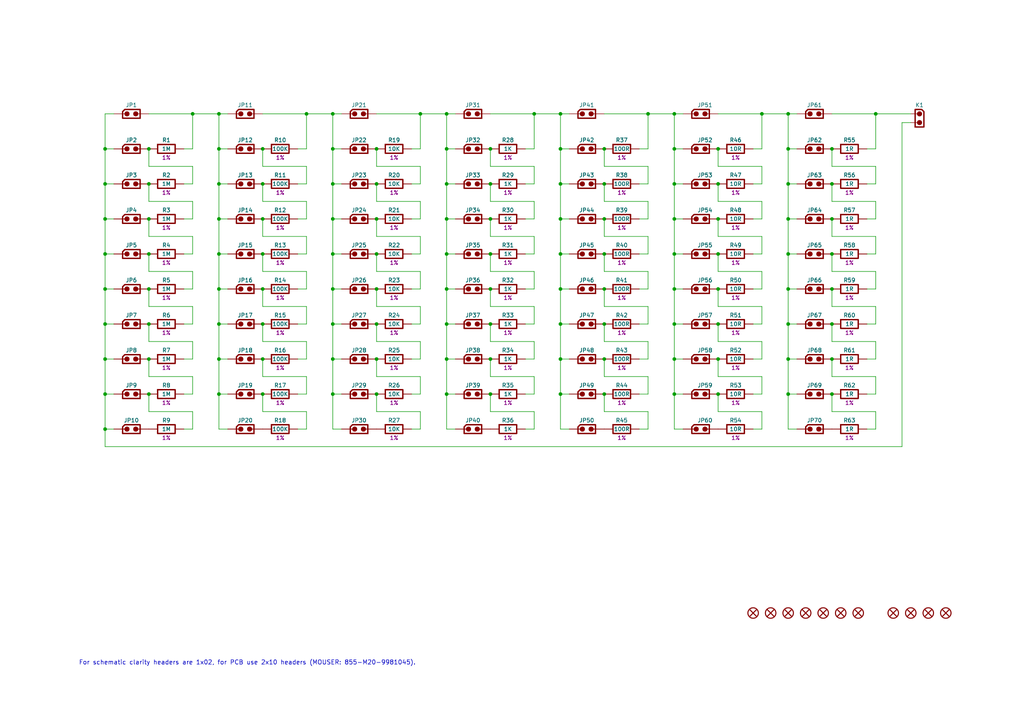
<source format=kicad_sch>
(kicad_sch (version 20230121) (generator eeschema)
  (paper "A4")
  (title_block (title "Resistor Board") (date "01/2022") (rev "A"))
  (junction (at 63.5 83.82))
  (junction (at 142.24 114.3))
  (junction (at 195.58 83.82))
  (junction (at 241.3 73.66))
  (junction (at 241.3 63.5))
  (junction (at 228.6 114.3))
  (junction (at 208.28 83.82))
  (junction (at 63.5 33.02))
  (junction (at 121.92 33.02))
  (junction (at 162.56 104.14))
  (junction (at 208.28 73.66))
  (junction (at 109.22 114.3))
  (junction (at 228.6 43.18))
  (junction (at 96.52 104.14))
  (junction (at 208.28 114.3))
  (junction (at 208.28 63.5))
  (junction (at 175.26 104.14))
  (junction (at 195.58 93.98))
  (junction (at 43.18 53.34))
  (junction (at 142.24 93.98))
  (junction (at 241.3 114.3))
  (junction (at 241.3 53.34))
  (junction (at 241.3 43.18))
  (junction (at 109.22 93.98))
  (junction (at 187.96 33.02))
  (junction (at 175.26 53.34))
  (junction (at 129.54 93.98))
  (junction (at 63.5 63.5))
  (junction (at 109.22 73.66))
  (junction (at 96.52 93.98))
  (junction (at 129.54 43.18))
  (junction (at 175.26 83.82))
  (junction (at 43.18 104.14))
  (junction (at 76.2 104.14))
  (junction (at 220.98 33.02))
  (junction (at 162.56 83.82))
  (junction (at 30.48 83.82))
  (junction (at 228.6 73.66))
  (junction (at 96.52 53.34))
  (junction (at 142.24 53.34))
  (junction (at 195.58 53.34))
  (junction (at 109.22 83.82))
  (junction (at 63.5 43.18))
  (junction (at 76.2 63.5))
  (junction (at 96.52 43.18))
  (junction (at 162.56 73.66))
  (junction (at 109.22 63.5))
  (junction (at 96.52 114.3))
  (junction (at 76.2 73.66))
  (junction (at 63.5 73.66))
  (junction (at 228.6 33.02))
  (junction (at 30.48 104.14))
  (junction (at 129.54 63.5))
  (junction (at 228.6 93.98))
  (junction (at 76.2 93.98))
  (junction (at 241.3 83.82))
  (junction (at 88.9 33.02))
  (junction (at 129.54 33.02))
  (junction (at 43.18 93.98))
  (junction (at 162.56 114.3))
  (junction (at 43.18 114.3))
  (junction (at 208.28 104.14))
  (junction (at 228.6 83.82))
  (junction (at 241.3 93.98))
  (junction (at 76.2 53.34))
  (junction (at 76.2 114.3))
  (junction (at 129.54 73.66))
  (junction (at 228.6 104.14))
  (junction (at 96.52 73.66))
  (junction (at 96.52 83.82))
  (junction (at 195.58 104.14))
  (junction (at 175.26 93.98))
  (junction (at 162.56 53.34))
  (junction (at 30.48 43.18))
  (junction (at 96.52 63.5))
  (junction (at 30.48 124.46))
  (junction (at 55.88 33.02))
  (junction (at 142.24 83.82))
  (junction (at 129.54 104.14))
  (junction (at 96.52 33.02))
  (junction (at 76.2 83.82))
  (junction (at 142.24 104.14))
  (junction (at 162.56 93.98))
  (junction (at 76.2 43.18))
  (junction (at 30.48 73.66))
  (junction (at 109.22 53.34))
  (junction (at 30.48 114.3))
  (junction (at 208.28 93.98))
  (junction (at 228.6 53.34))
  (junction (at 43.18 43.18))
  (junction (at 129.54 114.3))
  (junction (at 162.56 63.5))
  (junction (at 195.58 114.3))
  (junction (at 63.5 114.3))
  (junction (at 142.24 63.5))
  (junction (at 195.58 43.18))
  (junction (at 175.26 114.3))
  (junction (at 129.54 53.34))
  (junction (at 63.5 53.34))
  (junction (at 241.3 104.14))
  (junction (at 175.26 73.66))
  (junction (at 142.24 73.66))
  (junction (at 43.18 73.66))
  (junction (at 109.22 104.14))
  (junction (at 195.58 73.66))
  (junction (at 254 33.02))
  (junction (at 43.18 83.82))
  (junction (at 208.28 53.34))
  (junction (at 43.18 63.5))
  (junction (at 208.28 43.18))
  (junction (at 228.6 63.5))
  (junction (at 63.5 93.98))
  (junction (at 195.58 33.02))
  (junction (at 142.24 43.18))
  (junction (at 162.56 33.02))
  (junction (at 109.22 43.18))
  (junction (at 154.94 33.02))
  (junction (at 129.54 83.82))
  (junction (at 63.5 104.14))
  (junction (at 195.58 63.5))
  (junction (at 30.48 53.34))
  (junction (at 30.48 63.5))
  (junction (at 175.26 63.5))
  (junction (at 30.48 93.98))
  (junction (at 162.56 43.18))
  (junction (at 175.26 43.18))
  (wire (pts (xy 220.98 93.98) (xy 218.44 93.98)))
  (wire (pts (xy 254 119.38) (xy 241.3 119.38)))
  (wire (pts (xy 109.22 88.9) (xy 109.22 83.82)))
  (wire (pts (xy 228.6 63.5) (xy 231.14 63.5)))
  (wire (pts (xy 228.6 124.46) (xy 231.14 124.46)))
  (wire (pts (xy 96.52 43.18) (xy 99.06 43.18)))
  (wire (pts (xy 220.98 43.18) (xy 218.44 43.18)))
  (wire (pts (xy 55.88 93.98) (xy 55.88 88.9)))
  (wire (pts (xy 30.48 93.98) (xy 30.48 104.14)))
  (wire (pts (xy 76.2 83.82) (xy 76.2 88.9)))
  (wire (pts (xy 195.58 83.82) (xy 198.12 83.82)))
  (wire (pts (xy 195.58 114.3) (xy 195.58 124.46)))
  (wire (pts (xy 154.94 73.66) (xy 152.4 73.66)))
  (wire (pts (xy 254 124.46) (xy 254 119.38)))
  (wire (pts (xy 154.94 124.46) (xy 154.94 119.38)))
  (wire (pts (xy 96.52 83.82) (xy 96.52 93.98)))
  (wire (pts (xy 162.56 33.02) (xy 165.1 33.02)))
  (wire (pts (xy 154.94 104.14) (xy 152.4 104.14)))
  (wire (pts (xy 254 53.34) (xy 251.46 53.34)))
  (wire (pts (xy 162.56 73.66) (xy 165.1 73.66)))
  (wire (pts (xy 63.5 43.18) (xy 66.04 43.18)))
  (wire (pts (xy 121.92 73.66) (xy 119.38 73.66)))
  (wire (pts (xy 154.94 124.46) (xy 152.4 124.46)))
  (wire (pts (xy 96.52 124.46) (xy 99.06 124.46)))
  (wire (pts (xy 175.26 53.34) (xy 175.26 58.42)))
  (wire (pts (xy 195.58 63.5) (xy 198.12 63.5)))
  (wire (pts (xy 154.94 63.5) (xy 154.94 58.42)))
  (wire (pts (xy 162.56 124.46) (xy 165.1 124.46)))
  (wire (pts (xy 121.92 83.82) (xy 119.38 83.82)))
  (wire (pts (xy 88.9 114.3) (xy 86.36 114.3)))
  (wire (pts (xy 129.54 73.66) (xy 132.08 73.66)))
  (wire (pts (xy 208.28 83.82) (xy 208.28 88.9)))
  (wire (pts (xy 96.52 93.98) (xy 99.06 93.98)))
  (wire (pts (xy 30.48 104.14) (xy 33.02 104.14)))
  (wire (pts (xy 228.6 33.02) (xy 228.6 43.18)))
  (wire (pts (xy 96.52 104.14) (xy 99.06 104.14)))
  (wire (pts (xy 88.9 33.02) (xy 96.52 33.02)))
  (wire (pts (xy 121.92 104.14) (xy 119.38 104.14)))
  (wire (pts (xy 195.58 93.98) (xy 198.12 93.98)))
  (wire (pts (xy 154.94 73.66) (xy 154.94 68.58)))
  (wire (pts (xy 88.9 99.06) (xy 76.2 99.06)))
  (wire (pts (xy 96.52 104.14) (xy 96.52 114.3)))
  (wire (pts (xy 187.96 73.66) (xy 187.96 68.58)))
  (wire (pts (xy 187.96 93.98) (xy 187.96 88.9)))
  (wire (pts (xy 109.22 43.18) (xy 109.22 48.26)))
  (wire (pts (xy 220.98 114.3) (xy 218.44 114.3)))
  (wire (pts (xy 142.24 114.3) (xy 142.24 119.38)))
  (wire (pts (xy 254 63.5) (xy 251.46 63.5)))
  (wire (pts (xy 220.98 93.98) (xy 220.98 88.9)))
  (wire (pts (xy 63.5 93.98) (xy 66.04 93.98)))
  (wire (pts (xy 30.48 83.82) (xy 33.02 83.82)))
  (wire (pts (xy 220.98 114.3) (xy 220.98 109.22)))
  (wire (pts (xy 228.6 43.18) (xy 231.14 43.18)))
  (wire (pts (xy 55.88 88.9) (xy 43.18 88.9)))
  (wire (pts (xy 63.5 53.34) (xy 66.04 53.34)))
  (wire (pts (xy 254 53.34) (xy 254 48.26)))
  (wire (pts (xy 88.9 73.66) (xy 88.9 68.58)))
  (wire (pts (xy 129.54 33.02) (xy 129.54 43.18)))
  (wire (pts (xy 195.58 63.5) (xy 195.58 73.66)))
  (wire (pts (xy 220.98 53.34) (xy 218.44 53.34)))
  (wire (pts (xy 55.88 63.5) (xy 53.34 63.5)))
  (wire (pts (xy 88.9 119.38) (xy 76.2 119.38)))
  (wire (pts (xy 187.96 88.9) (xy 175.26 88.9)))
  (wire (pts (xy 187.96 83.82) (xy 185.42 83.82)))
  (wire (pts (xy 55.88 114.3) (xy 53.34 114.3)))
  (wire (pts (xy 63.5 114.3) (xy 66.04 114.3)))
  (wire (pts (xy 254 78.74) (xy 241.3 78.74)))
  (wire (pts (xy 228.6 43.18) (xy 228.6 53.34)))
  (wire (pts (xy 121.92 88.9) (xy 109.22 88.9)))
  (wire (pts (xy 187.96 124.46) (xy 187.96 119.38)))
  (wire (pts (xy 55.88 48.26) (xy 43.18 48.26)))
  (wire (pts (xy 154.94 83.82) (xy 152.4 83.82)))
  (wire (pts (xy 88.9 58.42) (xy 76.2 58.42)))
  (wire (pts (xy 96.52 114.3) (xy 96.52 124.46)))
  (wire (pts (xy 261.62 129.54) (xy 30.48 129.54)))
  (wire (pts (xy 228.6 83.82) (xy 231.14 83.82)))
  (wire (pts (xy 88.9 68.58) (xy 76.2 68.58)))
  (wire (pts (xy 121.92 104.14) (xy 121.92 99.06)))
  (wire (pts (xy 220.98 104.14) (xy 218.44 104.14)))
  (wire (pts (xy 187.96 48.26) (xy 175.26 48.26)))
  (wire (pts (xy 241.3 68.58) (xy 241.3 63.5)))
  (wire (pts (xy 187.96 63.5) (xy 187.96 58.42)))
  (wire (pts (xy 96.52 93.98) (xy 96.52 104.14)))
  (wire (pts (xy 254 99.06) (xy 241.3 99.06)))
  (wire (pts (xy 43.18 104.14) (xy 43.18 109.22)))
  (wire (pts (xy 121.92 33.02) (xy 129.54 33.02)))
  (wire (pts (xy 63.5 83.82) (xy 63.5 93.98)))
  (wire (pts (xy 55.88 93.98) (xy 53.34 93.98)))
  (wire (pts (xy 175.26 104.14) (xy 175.26 109.22)))
  (wire (pts (xy 220.98 63.5) (xy 218.44 63.5)))
  (wire (pts (xy 121.92 48.26) (xy 109.22 48.26)))
  (wire (pts (xy 96.52 73.66) (xy 96.52 83.82)))
  (wire (pts (xy 63.5 124.46) (xy 66.04 124.46)))
  (wire (pts (xy 162.56 43.18) (xy 165.1 43.18)))
  (wire (pts (xy 162.56 104.14) (xy 165.1 104.14)))
  (wire (pts (xy 55.88 73.66) (xy 55.88 68.58)))
  (wire (pts (xy 121.92 73.66) (xy 121.92 68.58)))
  (wire (pts (xy 63.5 73.66) (xy 63.5 83.82)))
  (wire (pts (xy 228.6 73.66) (xy 231.14 73.66)))
  (wire (pts (xy 88.9 63.5) (xy 88.9 58.42)))
  (wire (pts (xy 187.96 68.58) (xy 175.26 68.58)))
  (wire (pts (xy 154.94 88.9) (xy 142.24 88.9)))
  (wire (pts (xy 154.94 33.02) (xy 162.56 33.02)))
  (wire (pts (xy 187.96 119.38) (xy 175.26 119.38)))
  (wire (pts (xy 220.98 109.22) (xy 208.28 109.22)))
  (wire (pts (xy 220.98 104.14) (xy 220.98 99.06)))
  (wire (pts (xy 88.9 53.34) (xy 86.36 53.34)))
  (wire (pts (xy 154.94 93.98) (xy 152.4 93.98)))
  (wire (pts (xy 208.28 93.98) (xy 208.28 99.06)))
  (wire (pts (xy 63.5 104.14) (xy 66.04 104.14)))
  (wire (pts (xy 30.48 33.02) (xy 30.48 43.18)))
  (wire (pts (xy 88.9 63.5) (xy 86.36 63.5)))
  (wire (pts (xy 162.56 33.02) (xy 162.56 43.18)))
  (wire (pts (xy 76.2 104.14) (xy 76.2 109.22)))
  (wire (pts (xy 96.52 63.5) (xy 99.06 63.5)))
  (wire (pts (xy 43.18 93.98) (xy 43.18 99.06)))
  (wire (pts (xy 96.52 43.18) (xy 96.52 53.34)))
  (wire (pts (xy 76.2 63.5) (xy 76.2 68.58)))
  (wire (pts (xy 154.94 99.06) (xy 142.24 99.06)))
  (wire (pts (xy 175.26 83.82) (xy 175.26 88.9)))
  (wire (pts (xy 162.56 53.34) (xy 165.1 53.34)))
  (wire (pts (xy 261.62 35.56) (xy 261.62 129.54)))
  (wire (pts (xy 264.16 35.56) (xy 261.62 35.56)))
  (wire (pts (xy 154.94 114.3) (xy 152.4 114.3)))
  (wire (pts (xy 30.48 73.66) (xy 30.48 83.82)))
  (wire (pts (xy 187.96 53.34) (xy 187.96 48.26)))
  (wire (pts (xy 228.6 53.34) (xy 228.6 63.5)))
  (wire (pts (xy 88.9 88.9) (xy 76.2 88.9)))
  (wire (pts (xy 241.3 83.82) (xy 241.3 88.9)))
  (wire (pts (xy 187.96 114.3) (xy 187.96 109.22)))
  (wire (pts (xy 30.48 73.66) (xy 33.02 73.66)))
  (wire (pts (xy 76.2 53.34) (xy 76.2 58.42)))
  (wire (pts (xy 43.18 73.66) (xy 43.18 78.74)))
  (wire (pts (xy 129.54 43.18) (xy 129.54 53.34)))
  (wire (pts (xy 195.58 104.14) (xy 195.58 114.3)))
  (wire (pts (xy 63.5 33.02) (xy 66.04 33.02)))
  (wire (pts (xy 228.6 33.02) (xy 231.14 33.02)))
  (wire (pts (xy 220.98 48.26) (xy 220.98 53.34)))
  (wire (pts (xy 55.88 124.46) (xy 55.88 119.38)))
  (wire (pts (xy 220.98 68.58) (xy 208.28 68.58)))
  (wire (pts (xy 96.52 114.3) (xy 99.06 114.3)))
  (wire (pts (xy 55.88 43.18) (xy 53.34 43.18)))
  (wire (pts (xy 195.58 33.02) (xy 198.12 33.02)))
  (wire (pts (xy 228.6 83.82) (xy 228.6 93.98)))
  (wire (pts (xy 162.56 73.66) (xy 162.56 83.82)))
  (wire (pts (xy 241.3 43.18) (xy 241.3 48.26)))
  (wire (pts (xy 187.96 104.14) (xy 187.96 99.06)))
  (wire (pts (xy 254 93.98) (xy 251.46 93.98)))
  (wire (pts (xy 88.9 93.98) (xy 86.36 93.98)))
  (wire (pts (xy 121.92 43.18) (xy 119.38 43.18)))
  (wire (pts (xy 208.28 33.02) (xy 220.98 33.02)))
  (wire (pts (xy 109.22 58.42) (xy 109.22 53.34)))
  (wire (pts (xy 154.94 63.5) (xy 152.4 63.5)))
  (wire (pts (xy 109.22 68.58) (xy 109.22 63.5)))
  (wire (pts (xy 129.54 124.46) (xy 132.08 124.46)))
  (wire (pts (xy 228.6 53.34) (xy 231.14 53.34)))
  (wire (pts (xy 195.58 53.34) (xy 195.58 63.5)))
  (wire (pts (xy 129.54 104.14) (xy 129.54 114.3)))
  (wire (pts (xy 220.98 63.5) (xy 220.98 58.42)))
  (wire (pts (xy 175.26 43.18) (xy 175.26 48.26)))
  (wire (pts (xy 195.58 43.18) (xy 198.12 43.18)))
  (wire (pts (xy 254 109.22) (xy 241.3 109.22)))
  (wire (pts (xy 220.98 33.02) (xy 228.6 33.02)))
  (wire (pts (xy 195.58 73.66) (xy 195.58 83.82)))
  (wire (pts (xy 195.58 114.3) (xy 198.12 114.3)))
  (wire (pts (xy 129.54 114.3) (xy 129.54 124.46)))
  (wire (pts (xy 55.88 33.02) (xy 55.88 43.18)))
  (wire (pts (xy 241.3 53.34) (xy 241.3 58.42)))
  (wire (pts (xy 195.58 104.14) (xy 198.12 104.14)))
  (wire (pts (xy 121.92 58.42) (xy 109.22 58.42)))
  (wire (pts (xy 154.94 58.42) (xy 142.24 58.42)))
  (wire (pts (xy 109.22 104.14) (xy 109.22 109.22)))
  (wire (pts (xy 220.98 124.46) (xy 218.44 124.46)))
  (wire (pts (xy 195.58 43.18) (xy 195.58 53.34)))
  (wire (pts (xy 162.56 63.5) (xy 162.56 73.66)))
  (wire (pts (xy 241.3 73.66) (xy 241.3 78.74)))
  (wire (pts (xy 121.92 78.74) (xy 109.22 78.74)))
  (wire (pts (xy 142.24 83.82) (xy 142.24 88.9)))
  (wire (pts (xy 129.54 93.98) (xy 129.54 104.14)))
  (wire (pts (xy 154.94 53.34) (xy 152.4 53.34)))
  (wire (pts (xy 187.96 63.5) (xy 185.42 63.5)))
  (wire (pts (xy 254 114.3) (xy 251.46 114.3)))
  (wire (pts (xy 30.48 114.3) (xy 33.02 114.3)))
  (wire (pts (xy 175.26 73.66) (xy 175.26 78.74)))
  (wire (pts (xy 254 48.26) (xy 241.3 48.26)))
  (wire (pts (xy 162.56 114.3) (xy 162.56 124.46)))
  (wire (pts (xy 208.28 53.34) (xy 208.28 58.42)))
  (wire (pts (xy 142.24 104.14) (xy 142.24 109.22)))
  (wire (pts (xy 63.5 53.34) (xy 63.5 63.5)))
  (wire (pts (xy 220.98 73.66) (xy 218.44 73.66)))
  (wire (pts (xy 162.56 63.5) (xy 165.1 63.5)))
  (wire (pts (xy 220.98 119.38) (xy 208.28 119.38)))
  (wire (pts (xy 121.92 53.34) (xy 119.38 53.34)))
  (wire (pts (xy 187.96 53.34) (xy 185.42 53.34)))
  (wire (pts (xy 195.58 124.46) (xy 198.12 124.46)))
  (wire (pts (xy 254 43.18) (xy 251.46 43.18)))
  (wire (pts (xy 121.92 68.58) (xy 109.22 68.58)))
  (wire (pts (xy 43.18 33.02) (xy 55.88 33.02)))
  (wire (pts (xy 121.92 63.5) (xy 119.38 63.5)))
  (wire (pts (xy 154.94 83.82) (xy 154.94 78.74)))
  (wire (pts (xy 195.58 53.34) (xy 198.12 53.34)))
  (wire (pts (xy 154.94 119.38) (xy 142.24 119.38)))
  (wire (pts (xy 162.56 83.82) (xy 165.1 83.82)))
  (wire (pts (xy 142.24 43.18) (xy 142.24 48.26)))
  (wire (pts (xy 129.54 104.14) (xy 132.08 104.14)))
  (wire (pts (xy 96.52 33.02) (xy 99.06 33.02)))
  (wire (pts (xy 129.54 53.34) (xy 132.08 53.34)))
  (wire (pts (xy 228.6 104.14) (xy 228.6 114.3)))
  (wire (pts (xy 88.9 83.82) (xy 86.36 83.82)))
  (wire (pts (xy 154.94 43.18) (xy 152.4 43.18)))
  (wire (pts (xy 220.98 88.9) (xy 208.28 88.9)))
  (wire (pts (xy 187.96 33.02) (xy 195.58 33.02)))
  (wire (pts (xy 121.92 83.82) (xy 121.92 78.74)))
  (wire (pts (xy 30.48 63.5) (xy 30.48 73.66)))
  (wire (pts (xy 241.3 104.14) (xy 241.3 109.22)))
  (wire (pts (xy 55.88 119.38) (xy 43.18 119.38)))
  (wire (pts (xy 220.98 58.42) (xy 208.28 58.42)))
  (wire (pts (xy 88.9 93.98) (xy 88.9 88.9)))
  (wire (pts (xy 220.98 83.82) (xy 218.44 83.82)))
  (wire (pts (xy 55.88 73.66) (xy 53.34 73.66)))
  (wire (pts (xy 154.94 93.98) (xy 154.94 88.9)))
  (wire (pts (xy 55.88 68.58) (xy 43.18 68.58)))
  (wire (pts (xy 121.92 93.98) (xy 119.38 93.98)))
  (wire (pts (xy 129.54 83.82) (xy 129.54 93.98)))
  (wire (pts (xy 254 58.42) (xy 241.3 58.42)))
  (wire (pts (xy 76.2 43.18) (xy 76.2 48.26)))
  (wire (pts (xy 63.5 43.18) (xy 63.5 53.34)))
  (wire (pts (xy 187.96 73.66) (xy 185.42 73.66)))
  (wire (pts (xy 175.26 114.3) (xy 175.26 119.38)))
  (wire (pts (xy 109.22 33.02) (xy 121.92 33.02)))
  (wire (pts (xy 220.98 99.06) (xy 208.28 99.06)))
  (wire (pts (xy 121.92 124.46) (xy 119.38 124.46)))
  (wire (pts (xy 254 73.66) (xy 254 68.58)))
  (wire (pts (xy 88.9 124.46) (xy 86.36 124.46)))
  (wire (pts (xy 55.88 99.06) (xy 43.18 99.06)))
  (wire (pts (xy 76.2 114.3) (xy 76.2 119.38)))
  (wire (pts (xy 43.18 63.5) (xy 43.18 68.58)))
  (wire (pts (xy 63.5 63.5) (xy 66.04 63.5)))
  (wire (pts (xy 63.5 63.5) (xy 63.5 73.66)))
  (wire (pts (xy 109.22 99.06) (xy 109.22 93.98)))
  (wire (pts (xy 220.98 124.46) (xy 220.98 119.38)))
  (wire (pts (xy 254 114.3) (xy 254 109.22)))
  (wire (pts (xy 88.9 104.14) (xy 86.36 104.14)))
  (wire (pts (xy 175.26 93.98) (xy 175.26 99.06)))
  (wire (pts (xy 228.6 93.98) (xy 231.14 93.98)))
  (wire (pts (xy 88.9 124.46) (xy 88.9 119.38)))
  (wire (pts (xy 154.94 78.74) (xy 142.24 78.74)))
  (wire (pts (xy 88.9 104.14) (xy 88.9 99.06)))
  (wire (pts (xy 30.48 104.14) (xy 30.48 114.3)))
  (wire (pts (xy 220.98 48.26) (xy 208.28 48.26)))
  (wire (pts (xy 55.88 83.82) (xy 55.88 78.74)))
  (wire (pts (xy 121.92 124.46) (xy 121.92 119.38)))
  (wire (pts (xy 129.54 33.02) (xy 132.08 33.02)))
  (wire (pts (xy 162.56 93.98) (xy 165.1 93.98)))
  (wire (pts (xy 30.48 124.46) (xy 33.02 124.46)))
  (wire (pts (xy 96.52 83.82) (xy 99.06 83.82)))
  (wire (pts (xy 220.98 73.66) (xy 220.98 68.58)))
  (wire (pts (xy 187.96 43.18) (xy 185.42 43.18)))
  (wire (pts (xy 241.3 68.58) (xy 254 68.58)))
  (wire (pts (xy 208.28 73.66) (xy 208.28 78.74)))
  (wire (pts (xy 187.96 109.22) (xy 175.26 109.22)))
  (wire (pts (xy 88.9 33.02) (xy 88.9 43.18)))
  (wire (pts (xy 154.94 68.58) (xy 142.24 68.58)))
  (wire (pts (xy 254 73.66) (xy 251.46 73.66)))
  (wire (pts (xy 30.48 114.3) (xy 30.48 124.46)))
  (wire (pts (xy 63.5 73.66) (xy 66.04 73.66)))
  (wire (pts (xy 195.58 73.66) (xy 198.12 73.66)))
  (wire (pts (xy 154.94 114.3) (xy 154.94 109.22)))
  (wire (pts (xy 142.24 73.66) (xy 142.24 78.74)))
  (wire (pts (xy 142.24 93.98) (xy 142.24 99.06)))
  (wire (pts (xy 187.96 93.98) (xy 185.42 93.98)))
  (wire (pts (xy 129.54 73.66) (xy 129.54 83.82)))
  (wire (pts (xy 254 43.18) (xy 254 33.02)))
  (wire (pts (xy 63.5 114.3) (xy 63.5 124.46)))
  (wire (pts (xy 96.52 33.02) (xy 96.52 43.18)))
  (wire (pts (xy 43.18 83.82) (xy 43.18 88.9)))
  (wire (pts (xy 162.56 114.3) (xy 165.1 114.3)))
  (wire (pts (xy 30.48 53.34) (xy 30.48 63.5)))
  (wire (pts (xy 241.3 93.98) (xy 241.3 99.06)))
  (wire (pts (xy 187.96 33.02) (xy 187.96 43.18)))
  (wire (pts (xy 254 83.82) (xy 251.46 83.82)))
  (wire (pts (xy 254 104.14) (xy 254 99.06)))
  (wire (pts (xy 187.96 104.14) (xy 185.42 104.14)))
  (wire (pts (xy 109.22 119.38) (xy 109.22 114.3)))
  (wire (pts (xy 109.22 78.74) (xy 109.22 73.66)))
  (wire (pts (xy 129.54 53.34) (xy 129.54 63.5)))
  (wire (pts (xy 162.56 93.98) (xy 162.56 104.14)))
  (wire (pts (xy 142.24 53.34) (xy 142.24 58.42)))
  (wire (pts (xy 208.28 104.14) (xy 208.28 109.22)))
  (wire (pts (xy 88.9 83.82) (xy 88.9 78.74)))
  (wire (pts (xy 121.92 114.3) (xy 121.92 109.22)))
  (wire (pts (xy 30.48 33.02) (xy 33.02 33.02)))
  (wire (pts (xy 30.48 53.34) (xy 33.02 53.34)))
  (wire (pts (xy 121.92 53.34) (xy 121.92 48.26)))
  (wire (pts (xy 88.9 114.3) (xy 88.9 109.22)))
  (wire (pts (xy 187.96 99.06) (xy 175.26 99.06)))
  (wire (pts (xy 55.88 58.42) (xy 43.18 58.42)))
  (wire (pts (xy 154.94 48.26) (xy 142.24 48.26)))
  (wire (pts (xy 121.92 33.02) (xy 121.92 43.18)))
  (wire (pts (xy 254 124.46) (xy 251.46 124.46)))
  (wire (pts (xy 55.88 33.02) (xy 63.5 33.02)))
  (wire (pts (xy 208.28 63.5) (xy 208.28 68.58)))
  (wire (pts (xy 55.88 53.34) (xy 53.34 53.34)))
  (wire (pts (xy 162.56 104.14) (xy 162.56 114.3)))
  (wire (pts (xy 195.58 33.02) (xy 195.58 43.18)))
  (wire (pts (xy 154.94 104.14) (xy 154.94 99.06)))
  (wire (pts (xy 30.48 43.18) (xy 33.02 43.18)))
  (wire (pts (xy 121.92 63.5) (xy 121.92 58.42)))
  (wire (pts (xy 220.98 33.02) (xy 220.98 43.18)))
  (wire (pts (xy 88.9 48.26) (xy 76.2 48.26)))
  (wire (pts (xy 154.94 53.34) (xy 154.94 48.26)))
  (wire (pts (xy 228.6 104.14) (xy 231.14 104.14)))
  (wire (pts (xy 63.5 93.98) (xy 63.5 104.14)))
  (wire (pts (xy 254 33.02) (xy 264.16 33.02)))
  (wire (pts (xy 228.6 114.3) (xy 231.14 114.3)))
  (wire (pts (xy 88.9 43.18) (xy 86.36 43.18)))
  (wire (pts (xy 142.24 33.02) (xy 154.94 33.02)))
  (wire (pts (xy 154.94 33.02) (xy 154.94 43.18)))
  (wire (pts (xy 129.54 93.98) (xy 132.08 93.98)))
  (wire (pts (xy 162.56 43.18) (xy 162.56 53.34)))
  (wire (pts (xy 254 83.82) (xy 254 78.74)))
  (wire (pts (xy 96.52 73.66) (xy 99.06 73.66)))
  (wire (pts (xy 254 88.9) (xy 241.3 88.9)))
  (wire (pts (xy 96.52 53.34) (xy 96.52 63.5)))
  (wire (pts (xy 162.56 53.34) (xy 162.56 63.5)))
  (wire (pts (xy 43.18 43.18) (xy 43.18 48.26)))
  (wire (pts (xy 30.48 124.46) (xy 30.48 129.54)))
  (wire (pts (xy 30.48 43.18) (xy 30.48 53.34)))
  (wire (pts (xy 175.26 63.5) (xy 175.26 68.58)))
  (wire (pts (xy 121.92 119.38) (xy 109.22 119.38)))
  (wire (pts (xy 187.96 58.42) (xy 175.26 58.42)))
  (wire (pts (xy 254 93.98) (xy 254 88.9)))
  (wire (pts (xy 55.88 114.3) (xy 55.88 109.22)))
  (wire (pts (xy 228.6 73.66) (xy 228.6 83.82)))
  (wire (pts (xy 96.52 53.34) (xy 99.06 53.34)))
  (wire (pts (xy 63.5 104.14) (xy 63.5 114.3)))
  (wire (pts (xy 241.3 33.02) (xy 254 33.02)))
  (wire (pts (xy 76.2 73.66) (xy 76.2 78.74)))
  (wire (pts (xy 88.9 73.66) (xy 86.36 73.66)))
  (wire (pts (xy 129.54 63.5) (xy 129.54 73.66)))
  (wire (pts (xy 55.88 109.22) (xy 43.18 109.22)))
  (wire (pts (xy 129.54 83.82) (xy 132.08 83.82)))
  (wire (pts (xy 241.3 114.3) (xy 241.3 119.38)))
  (wire (pts (xy 175.26 33.02) (xy 187.96 33.02)))
  (wire (pts (xy 55.88 124.46) (xy 53.34 124.46)))
  (wire (pts (xy 30.48 83.82) (xy 30.48 93.98)))
  (wire (pts (xy 220.98 83.82) (xy 220.98 78.74)))
  (wire (pts (xy 187.96 124.46) (xy 185.42 124.46)))
  (wire (pts (xy 30.48 93.98) (xy 33.02 93.98)))
  (wire (pts (xy 88.9 53.34) (xy 88.9 48.26)))
  (wire (pts (xy 43.18 114.3) (xy 43.18 119.38)))
  (wire (pts (xy 63.5 83.82) (xy 66.04 83.82)))
  (wire (pts (xy 129.54 63.5) (xy 132.08 63.5)))
  (wire (pts (xy 55.88 104.14) (xy 55.88 99.06)))
  (wire (pts (xy 55.88 53.34) (xy 55.88 48.26)))
  (wire (pts (xy 55.88 63.5) (xy 55.88 58.42)))
  (wire (pts (xy 208.28 114.3) (xy 208.28 119.38)))
  (wire (pts (xy 129.54 43.18) (xy 132.08 43.18)))
  (wire (pts (xy 88.9 78.74) (xy 76.2 78.74)))
  (wire (pts (xy 30.48 63.5) (xy 33.02 63.5)))
  (wire (pts (xy 121.92 114.3) (xy 119.38 114.3)))
  (wire (pts (xy 121.92 93.98) (xy 121.92 88.9)))
  (wire (pts (xy 208.28 43.18) (xy 208.28 48.26)))
  (wire (pts (xy 55.88 104.14) (xy 53.34 104.14)))
  (wire (pts (xy 187.96 114.3) (xy 185.42 114.3)))
  (wire (pts (xy 228.6 93.98) (xy 228.6 104.14)))
  (wire (pts (xy 63.5 33.02) (xy 63.5 43.18)))
  (wire (pts (xy 96.52 63.5) (xy 96.52 73.66)))
  (wire (pts (xy 76.2 33.02) (xy 88.9 33.02)))
  (wire (pts (xy 254 63.5) (xy 254 58.42)))
  (wire (pts (xy 195.58 83.82) (xy 195.58 93.98)))
  (wire (pts (xy 142.24 63.5) (xy 142.24 68.58)))
  (wire (pts (xy 88.9 109.22) (xy 76.2 109.22)))
  (wire (pts (xy 162.56 83.82) (xy 162.56 93.98)))
  (wire (pts (xy 228.6 114.3) (xy 228.6 124.46)))
  (wire (pts (xy 121.92 109.22) (xy 109.22 109.22)))
  (wire (pts (xy 228.6 63.5) (xy 228.6 73.66)))
  (wire (pts (xy 55.88 78.74) (xy 43.18 78.74)))
  (wire (pts (xy 154.94 109.22) (xy 142.24 109.22)))
  (wire (pts (xy 187.96 78.74) (xy 175.26 78.74)))
  (wire (pts (xy 129.54 114.3) (xy 132.08 114.3)))
  (wire (pts (xy 121.92 99.06) (xy 109.22 99.06)))
  (wire (pts (xy 187.96 83.82) (xy 187.96 78.74)))
  (wire (pts (xy 55.88 83.82) (xy 53.34 83.82)))
  (wire (pts (xy 76.2 93.98) (xy 76.2 99.06)))
  (wire (pts (xy 43.18 53.34) (xy 43.18 58.42)))
  (wire (pts (xy 254 104.14) (xy 251.46 104.14)))
  (wire (pts (xy 195.58 93.98) (xy 195.58 104.14)))
  (wire (pts (xy 220.98 78.74) (xy 208.28 78.74)))
  (text "For schematic clarity headers are 1x02, for PCB use 2x10 headers (MOUSER: 855-M20-9981045)." (at 22.86 193.04 0) (effects (font (size 1.27 1.27)) (justify left bottom)))
  (symbol (lib_id "tronixio:RESISTOR-1206-1M-1P") (at 48.26 63.5 90) (unit 1)
    (property "Reference" "R3" (at 48.26 60.96 90) (effects (font (size 1.15 1.15))))
    (property "Value" "1M" (at 48.26 63.5 90) (effects (font (size 1.15 1.15))))
    (property "Footprint" "tronixio:RESISTOR-SMD-1206" (effects hide))
    (property "Mouser" "603-RT1206FRE071ML" (effects hide))
    (property "Tolerance" "1%" (at 48.26 66.04 90) (effects (font (size 1.15 1.15))))
  )
  (symbol (lib_id "tronixio:HARWIN-JUMPER-0254-14MM-BLACK") (at 248.92 177.8 0) (unit 1)
    (property "Reference" "JP77" (effects hide))
    (property "Value" "HARWIN-JUMPER-0254-14MM-BLACK" (effects hide))
    (property "Footprint" "tronixio:HARWIN-M20-7680-7683" (effects hide))
    (property "Datasheet" "https://cdn.harwin.com/pdfs/M7680-M7683.pdf" (effects hide))
    (property "Mouser" "855-M7682" (effects hide))
  )
  (symbol (lib_id "tronixio:HARWIN-254-M-1X02-JUMPER-VERTICAL") (at 38.1 114.3 90) (unit 1)
    (property "Reference" "JP9" (at 38.1 111.76 90) (effects (font (size 1.15 1.15))))
    (property "Value" "HARWIN-254-M-1X02-JUMPER-VERTICAL" (effects hide))
    (property "Footprint" "tronixio:HARWIN-M20-999024x" (effects hide))
    (property "Datasheet" "https://www.harwin.com/products/M20-9990846/" (effects hide))
    (property "Mouser" "855-M20-999024" (effects hide))
  )
  (symbol (lib_id "tronixio:RESISTOR-1206-10R-1P") (at 213.36 124.46 90) (unit 1)
    (property "Reference" "R54" (at 213.36 121.92 90) (effects (font (size 1.15 1.15))))
    (property "Value" "10R" (at 213.36 124.46 90) (effects (font (size 1.15 1.15))))
    (property "Footprint" "tronixio:RESISTOR-SMD-1206" (effects hide))
    (property "Mouser" "603-RT1206FRE1310RL" (effects hide))
    (property "Tolerance" "1%" (at 213.36 127 90) (effects (font (size 1.15 1.15))))
  )
  (symbol (lib_id "tronixio:RESISTOR-1206-1K-1P") (at 147.32 53.34 90) (unit 1)
    (property "Reference" "R29" (at 147.32 50.8 90) (effects (font (size 1.15 1.15))))
    (property "Value" "1K" (at 147.32 53.34 90) (effects (font (size 1.15 1.15))))
    (property "Footprint" "tronixio:RESISTOR-SMD-1206" (effects hide))
    (property "Mouser" "603-RT1206FRE071KL" (effects hide))
    (property "Tolerance" "1%" (at 147.32 55.88 90) (effects (font (size 1.15 1.15))))
  )
  (symbol (lib_id "tronixio:RESISTOR-1206-10K-1P") (at 114.3 114.3 90) (unit 1)
    (property "Reference" "R26" (at 114.3 111.76 90) (effects (font (size 1.15 1.15))))
    (property "Value" "10K" (at 114.3 114.3 90) (effects (font (size 1.15 1.15))))
    (property "Footprint" "tronixio:RESISTOR-SMD-1206" (effects hide))
    (property "Mouser" "603-RT1206FRE1310KL" (effects hide))
    (property "Tolerance" "1%" (at 114.3 116.84 90) (effects (font (size 1.15 1.15))))
  )
  (symbol (lib_id "tronixio:RESISTOR-1206-1M-1P") (at 48.26 73.66 90) (unit 1)
    (property "Reference" "R4" (at 48.26 71.12 90) (effects (font (size 1.15 1.15))))
    (property "Value" "1M" (at 48.26 73.66 90) (effects (font (size 1.15 1.15))))
    (property "Footprint" "tronixio:RESISTOR-SMD-1206" (effects hide))
    (property "Mouser" "603-RT1206FRE071ML" (effects hide))
    (property "Tolerance" "1%" (at 48.26 76.2 90) (effects (font (size 1.15 1.15))))
  )
  (symbol (lib_id "tronixio:RESISTOR-1206-100R-1P") (at 180.34 73.66 90) (unit 1)
    (property "Reference" "R40" (at 180.34 71.12 90) (effects (font (size 1.15 1.15))))
    (property "Value" "100R" (at 180.34 73.66 90) (effects (font (size 1.15 1.15))))
    (property "Footprint" "tronixio:RESISTOR-SMD-1206" (effects hide))
    (property "Mouser" "603-RT1206FRE07100RL" (effects hide))
    (property "Tolerance" "1%" (at 180.34 76.2 90) (effects (font (size 1.15 1.15))))
  )
  (symbol (lib_id "tronixio:RESISTOR-1206-10R-1P") (at 213.36 63.5 90) (unit 1)
    (property "Reference" "R48" (at 213.36 60.96 90) (effects (font (size 1.15 1.15))))
    (property "Value" "10R" (at 213.36 63.5 90) (effects (font (size 1.15 1.15))))
    (property "Footprint" "tronixio:RESISTOR-SMD-1206" (effects hide))
    (property "Mouser" "603-RT1206FRE1310RL" (effects hide))
    (property "Tolerance" "1%" (at 213.36 66.04 90) (effects (font (size 1.15 1.15))))
  )
  (symbol (lib_id "tronixio:HARWIN-254-M-1X02-JUMPER-VERTICAL") (at 170.18 114.3 90) (unit 1)
    (property "Reference" "JP49" (at 170.18 111.76 90) (effects (font (size 1.15 1.15))))
    (property "Value" "HARWIN-254-M-1X02-JUMPER-VERTICAL" (effects hide))
    (property "Footprint" "tronixio:HARWIN-M20-999024x" (effects hide))
    (property "Datasheet" "https://www.harwin.com/products/M20-9990846/" (effects hide))
    (property "Mouser" "855-M20-999024" (effects hide))
  )
  (symbol (lib_id "tronixio:RESISTOR-1206-1R-1P") (at 246.38 83.82 90) (unit 1)
    (property "Reference" "R59" (at 246.38 81.28 90) (effects (font (size 1.15 1.15))))
    (property "Value" "1R" (at 246.38 83.82 90) (effects (font (size 1.15 1.15))))
    (property "Footprint" "tronixio:RESISTOR-SMD-1206" (effects hide))
    (property "Mouser" "603-RT1206FRE071RL" (effects hide))
    (property "Tolerance" "1%" (at 246.38 86.36 90) (effects (font (size 1.15 1.15))))
  )
  (symbol (lib_id "tronixio:RESISTOR-1206-10K-1P") (at 114.3 43.18 90) (unit 1)
    (property "Reference" "R19" (at 114.3 40.64 90) (effects (font (size 1.15 1.15))))
    (property "Value" "10K" (at 114.3 43.18 90) (effects (font (size 1.15 1.15))))
    (property "Footprint" "tronixio:RESISTOR-SMD-1206" (effects hide))
    (property "Mouser" "603-RT1206FRE1310KL" (effects hide))
    (property "Tolerance" "1%" (at 114.3 45.72 90) (effects (font (size 1.15 1.15))))
  )
  (symbol (lib_id "tronixio:RESISTOR-1206-10R-1P") (at 213.36 104.14 90) (unit 1)
    (property "Reference" "R52" (at 213.36 101.6 90) (effects (font (size 1.15 1.15))))
    (property "Value" "10R" (at 213.36 104.14 90) (effects (font (size 1.15 1.15))))
    (property "Footprint" "tronixio:RESISTOR-SMD-1206" (effects hide))
    (property "Mouser" "603-RT1206FRE1310RL" (effects hide))
    (property "Tolerance" "1%" (at 213.36 106.68 90) (effects (font (size 1.15 1.15))))
  )
  (symbol (lib_id "tronixio:HARWIN-254-M-1X02-JUMPER-VERTICAL") (at 170.18 124.46 90) (unit 1)
    (property "Reference" "JP50" (at 170.18 121.92 90) (effects (font (size 1.15 1.15))))
    (property "Value" "HARWIN-254-M-1X02-JUMPER-VERTICAL" (effects hide))
    (property "Footprint" "tronixio:HARWIN-M20-999024x" (effects hide))
    (property "Datasheet" "https://www.harwin.com/products/M20-9990846/" (effects hide))
    (property "Mouser" "855-M20-999024" (effects hide))
  )
  (symbol (lib_id "tronixio:HARWIN-254-M-1X02-JUMPER-VERTICAL") (at 170.18 73.66 90) (unit 1)
    (property "Reference" "JP45" (at 170.18 71.12 90) (effects (font (size 1.15 1.15))))
    (property "Value" "HARWIN-254-M-1X02-JUMPER-VERTICAL" (effects hide))
    (property "Footprint" "tronixio:HARWIN-M20-999024x" (effects hide))
    (property "Datasheet" "https://www.harwin.com/products/M20-9990846/" (effects hide))
    (property "Mouser" "855-M20-999024" (effects hide))
  )
  (symbol (lib_id "tronixio:RESISTOR-1206-1M-1P") (at 48.26 53.34 90) (unit 1)
    (property "Reference" "R2" (at 48.26 50.8 90) (effects (font (size 1.15 1.15))))
    (property "Value" "1M" (at 48.26 53.34 90) (effects (font (size 1.15 1.15))))
    (property "Footprint" "tronixio:RESISTOR-SMD-1206" (effects hide))
    (property "Mouser" "603-RT1206FRE071ML" (effects hide))
    (property "Tolerance" "1%" (at 48.26 55.88 90) (effects (font (size 1.15 1.15))))
  )
  (symbol (lib_id "tronixio:HARWIN-254-M-1X02-JUMPER-VERTICAL") (at 236.22 104.14 90) (unit 1)
    (property "Reference" "JP68" (at 236.22 101.6 90) (effects (font (size 1.15 1.15))))
    (property "Value" "HARWIN-254-M-1X02-JUMPER-VERTICAL" (effects hide))
    (property "Footprint" "tronixio:HARWIN-M20-999024x" (effects hide))
    (property "Datasheet" "https://www.harwin.com/products/M20-9990846/" (effects hide))
    (property "Mouser" "855-M20-999024" (effects hide))
  )
  (symbol (lib_id "tronixio:RESISTOR-1206-1M-1P") (at 48.26 124.46 90) (unit 1)
    (property "Reference" "R9" (at 48.26 121.92 90) (effects (font (size 1.15 1.15))))
    (property "Value" "1M" (at 48.26 124.46 90) (effects (font (size 1.15 1.15))))
    (property "Footprint" "tronixio:RESISTOR-SMD-1206" (effects hide))
    (property "Mouser" "603-RT1206FRE071ML" (effects hide))
    (property "Tolerance" "1%" (at 48.26 127 90) (effects (font (size 1.15 1.15))))
  )
  (symbol (lib_id "tronixio:RESISTOR-1206-100K-1P") (at 81.28 83.82 90) (unit 1)
    (property "Reference" "R14" (at 81.28 81.28 90) (effects (font (size 1.15 1.15))))
    (property "Value" "100K" (at 81.28 83.82 90) (effects (font (size 1.15 1.15))))
    (property "Footprint" "tronixio:RESISTOR-SMD-1206" (effects hide))
    (property "Mouser" "603-RT1206FRE07100KL" (effects hide))
    (property "Tolerance" "1%" (at 81.28 86.36 90) (effects (font (size 1.15 1.15))))
  )
  (symbol (lib_id "tronixio:RESISTOR-1206-1K-1P") (at 147.32 83.82 90) (unit 1)
    (property "Reference" "R32" (at 147.32 81.28 90) (effects (font (size 1.15 1.15))))
    (property "Value" "1K" (at 147.32 83.82 90) (effects (font (size 1.15 1.15))))
    (property "Footprint" "tronixio:RESISTOR-SMD-1206" (effects hide))
    (property "Mouser" "603-RT1206FRE071KL" (effects hide))
    (property "Tolerance" "1%" (at 147.32 86.36 90) (effects (font (size 1.15 1.15))))
  )
  (symbol (lib_id "tronixio:RESISTOR-1206-100R-1P") (at 180.34 83.82 90) (unit 1)
    (property "Reference" "R41" (at 180.34 81.28 90) (effects (font (size 1.15 1.15))))
    (property "Value" "100R" (at 180.34 83.82 90) (effects (font (size 1.15 1.15))))
    (property "Footprint" "tronixio:RESISTOR-SMD-1206" (effects hide))
    (property "Mouser" "603-RT1206FRE07100RL" (effects hide))
    (property "Tolerance" "1%" (at 180.34 86.36 90) (effects (font (size 1.15 1.15))))
  )
  (symbol (lib_id "tronixio:HARWIN-254-M-1X02-JUMPER-VERTICAL") (at 236.22 93.98 90) (unit 1)
    (property "Reference" "JP67" (at 236.22 91.44 90) (effects (font (size 1.15 1.15))))
    (property "Value" "HARWIN-254-M-1X02-JUMPER-VERTICAL" (effects hide))
    (property "Footprint" "tronixio:HARWIN-M20-999024x" (effects hide))
    (property "Datasheet" "https://www.harwin.com/products/M20-9990846/" (effects hide))
    (property "Mouser" "855-M20-999024" (effects hide))
  )
  (symbol (lib_id "tronixio:HARWIN-254-M-1X02-JUMPER-VERTICAL") (at 38.1 124.46 90) (unit 1)
    (property "Reference" "JP10" (at 38.1 121.92 90) (effects (font (size 1.15 1.15))))
    (property "Value" "HARWIN-254-M-1X02-JUMPER-VERTICAL" (effects hide))
    (property "Footprint" "tronixio:HARWIN-M20-999024x" (effects hide))
    (property "Datasheet" "https://www.harwin.com/products/M20-9990846/" (effects hide))
    (property "Mouser" "855-M20-999024" (effects hide))
  )
  (symbol (lib_id "tronixio:RESISTOR-1206-10R-1P") (at 213.36 83.82 90) (unit 1)
    (property "Reference" "R50" (at 213.36 81.28 90) (effects (font (size 1.15 1.15))))
    (property "Value" "10R" (at 213.36 83.82 90) (effects (font (size 1.15 1.15))))
    (property "Footprint" "tronixio:RESISTOR-SMD-1206" (effects hide))
    (property "Mouser" "603-RT1206FRE1310RL" (effects hide))
    (property "Tolerance" "1%" (at 213.36 86.36 90) (effects (font (size 1.15 1.15))))
  )
  (symbol (lib_id "tronixio:HARWIN-254-M-1X02-JUMPER-VERTICAL") (at 203.2 93.98 90) (unit 1)
    (property "Reference" "JP57" (at 204.47 91.44 90) (effects (font (size 1.15 1.15))))
    (property "Value" "HARWIN-254-M-1X02-JUMPER-VERTICAL" (effects hide))
    (property "Footprint" "tronixio:HARWIN-M20-999024x" (effects hide))
    (property "Datasheet" "https://www.harwin.com/products/M20-9990846/" (effects hide))
    (property "Mouser" "855-M20-999024" (effects hide))
  )
  (symbol (lib_id "tronixio:HARWIN-254-M-1X02-JUMPER-VERTICAL") (at 71.12 114.3 90) (unit 1)
    (property "Reference" "JP19" (at 71.12 111.76 90) (effects (font (size 1.15 1.15))))
    (property "Value" "HARWIN-254-M-1X02-JUMPER-VERTICAL" (effects hide))
    (property "Footprint" "tronixio:HARWIN-M20-999024x" (effects hide))
    (property "Datasheet" "https://www.harwin.com/products/M20-9990846/" (effects hide))
    (property "Mouser" "855-M20-999024" (effects hide))
  )
  (symbol (lib_id "tronixio:RESISTOR-1206-10R-1P") (at 213.36 53.34 90) (unit 1)
    (property "Reference" "R47" (at 213.36 50.8 90) (effects (font (size 1.15 1.15))))
    (property "Value" "10R" (at 213.36 53.34 90) (effects (font (size 1.15 1.15))))
    (property "Footprint" "tronixio:RESISTOR-SMD-1206" (effects hide))
    (property "Mouser" "603-RT1206FRE1310RL" (effects hide))
    (property "Tolerance" "1%" (at 213.36 55.88 90) (effects (font (size 1.15 1.15))))
  )
  (symbol (lib_id "tronixio:RESISTOR-1206-100K-1P") (at 81.28 43.18 90) (unit 1)
    (property "Reference" "R10" (at 81.28 40.64 90) (effects (font (size 1.15 1.15))))
    (property "Value" "100K" (at 81.28 43.18 90) (effects (font (size 1.15 1.15))))
    (property "Footprint" "tronixio:RESISTOR-SMD-1206" (effects hide))
    (property "Mouser" "603-RT1206FRE07100KL" (effects hide))
    (property "Tolerance" "1%" (at 81.28 45.72 90) (effects (font (size 1.15 1.15))))
  )
  (symbol (lib_id "tronixio:HARWIN-254-M-1X02-JUMPER-VERTICAL") (at 71.12 53.34 90) (unit 1)
    (property "Reference" "JP13" (at 71.12 50.8 90) (effects (font (size 1.15 1.15))))
    (property "Value" "HARWIN-254-M-1X02-JUMPER-VERTICAL" (effects hide))
    (property "Footprint" "tronixio:HARWIN-M20-999024x" (effects hide))
    (property "Datasheet" "https://www.harwin.com/products/M20-9990846/" (effects hide))
    (property "Mouser" "855-M20-999024" (effects hide))
  )
  (symbol (lib_id "tronixio:RESISTOR-1206-10R-1P") (at 213.36 114.3 90) (unit 1)
    (property "Reference" "R53" (at 213.36 111.76 90) (effects (font (size 1.15 1.15))))
    (property "Value" "10R" (at 213.36 114.3 90) (effects (font (size 1.15 1.15))))
    (property "Footprint" "tronixio:RESISTOR-SMD-1206" (effects hide))
    (property "Mouser" "603-RT1206FRE1310RL" (effects hide))
    (property "Tolerance" "1%" (at 213.36 116.84 90) (effects (font (size 1.15 1.15))))
  )
  (symbol (lib_id "tronixio:HARWIN-254-M-1X02-JUMPER-VERTICAL") (at 71.12 104.14 90) (unit 1)
    (property "Reference" "JP18" (at 71.12 101.6 90) (effects (font (size 1.15 1.15))))
    (property "Value" "HARWIN-254-M-1X02-JUMPER-VERTICAL" (effects hide))
    (property "Footprint" "tronixio:HARWIN-M20-999024x" (effects hide))
    (property "Datasheet" "https://www.harwin.com/products/M20-9990846/" (effects hide))
    (property "Mouser" "855-M20-999024" (effects hide))
  )
  (symbol (lib_id "tronixio:HARWIN-254-M-1X02-JUMPER-VERTICAL") (at 203.2 53.34 90) (unit 1)
    (property "Reference" "JP53" (at 204.47 50.8 90) (effects (font (size 1.15 1.15))))
    (property "Value" "HARWIN-254-M-1X02-JUMPER-VERTICAL" (effects hide))
    (property "Footprint" "tronixio:HARWIN-M20-999024x" (effects hide))
    (property "Datasheet" "https://www.harwin.com/products/M20-9990846/" (effects hide))
    (property "Mouser" "855-M20-999024" (effects hide))
  )
  (symbol (lib_id "tronixio:HARWIN-254-M-1X02-JUMPER-VERTICAL") (at 71.12 83.82 90) (unit 1)
    (property "Reference" "JP16" (at 71.12 81.28 90) (effects (font (size 1.15 1.15))))
    (property "Value" "HARWIN-254-M-1X02-JUMPER-VERTICAL" (effects hide))
    (property "Footprint" "tronixio:HARWIN-M20-999024x" (effects hide))
    (property "Datasheet" "https://www.harwin.com/products/M20-9990846/" (effects hide))
    (property "Mouser" "855-M20-999024" (effects hide))
  )
  (symbol (lib_id "tronixio:HARWIN-254-M-1X02-JUMPER-VERTICAL") (at 203.2 124.46 90) (unit 1)
    (property "Reference" "JP60" (at 204.47 121.92 90) (effects (font (size 1.15 1.15))))
    (property "Value" "HARWIN-254-M-1X02-JUMPER-VERTICAL" (effects hide))
    (property "Footprint" "tronixio:HARWIN-M20-999024x" (effects hide))
    (property "Datasheet" "https://www.harwin.com/products/M20-9990846/" (effects hide))
    (property "Mouser" "855-M20-999024" (effects hide))
  )
  (symbol (lib_id "tronixio:HARWIN-254-M-1X02-JUMPER-VERTICAL") (at 38.1 43.18 90) (unit 1)
    (property "Reference" "JP2" (at 38.1 40.64 90) (effects (font (size 1.15 1.15))))
    (property "Value" "HARWIN-254-M-1X02-JUMPER-VERTICAL" (effects hide))
    (property "Footprint" "tronixio:HARWIN-M20-999024x" (effects hide))
    (property "Datasheet" "https://www.harwin.com/products/M20-9990846/" (effects hide))
    (property "Mouser" "855-M20-999024" (effects hide))
  )
  (symbol (lib_id "tronixio:RESISTOR-1206-100R-1P") (at 180.34 43.18 90) (unit 1)
    (property "Reference" "R37" (at 180.34 40.64 90) (effects (font (size 1.15 1.15))))
    (property "Value" "100R" (at 180.34 43.18 90) (effects (font (size 1.15 1.15))))
    (property "Footprint" "tronixio:RESISTOR-SMD-1206" (effects hide))
    (property "Mouser" "603-RT1206FRE07100RL" (effects hide))
    (property "Tolerance" "1%" (at 180.34 45.72 90) (effects (font (size 1.15 1.15))))
  )
  (symbol (lib_id "tronixio:HARWIN-254-M-1X02-JUMPER-VERTICAL") (at 38.1 83.82 90) (unit 1)
    (property "Reference" "JP6" (at 38.1 81.28 90) (effects (font (size 1.15 1.15))))
    (property "Value" "HARWIN-254-M-1X02-JUMPER-VERTICAL" (effects hide))
    (property "Footprint" "tronixio:HARWIN-M20-999024x" (effects hide))
    (property "Datasheet" "https://www.harwin.com/products/M20-9990846/" (effects hide))
    (property "Mouser" "855-M20-999024" (effects hide))
  )
  (symbol (lib_id "tronixio:HARWIN-254-M-1X02-JUMPER-VERTICAL") (at 137.16 33.02 90) (unit 1)
    (property "Reference" "JP31" (at 137.16 30.48 90) (effects (font (size 1.15 1.15))))
    (property "Value" "HARWIN-254-M-1X02-JUMPER-VERTICAL" (effects hide))
    (property "Footprint" "tronixio:HARWIN-M20-999024x" (effects hide))
    (property "Datasheet" "https://www.harwin.com/products/M20-9990846/" (effects hide))
    (property "Mouser" "855-M20-999024" (effects hide))
  )
  (symbol (lib_id "tronixio:RESISTOR-1206-1M-1P") (at 48.26 114.3 90) (unit 1)
    (property "Reference" "R8" (at 48.26 111.76 90) (effects (font (size 1.15 1.15))))
    (property "Value" "1M" (at 48.26 114.3 90) (effects (font (size 1.15 1.15))))
    (property "Footprint" "tronixio:RESISTOR-SMD-1206" (effects hide))
    (property "Mouser" "603-RT1206FRE071ML" (effects hide))
    (property "Tolerance" "1%" (at 48.26 116.84 90) (effects (font (size 1.15 1.15))))
  )
  (symbol (lib_id "tronixio:HARWIN-254-M-1X02-JUMPER-VERTICAL") (at 71.12 43.18 90) (unit 1)
    (property "Reference" "JP12" (at 71.12 40.64 90) (effects (font (size 1.15 1.15))))
    (property "Value" "HARWIN-254-M-1X02-JUMPER-VERTICAL" (effects hide))
    (property "Footprint" "tronixio:HARWIN-M20-999024x" (effects hide))
    (property "Datasheet" "https://www.harwin.com/products/M20-9990846/" (effects hide))
    (property "Mouser" "855-M20-999024" (effects hide))
  )
  (symbol (lib_id "tronixio:RESISTOR-1206-10K-1P") (at 114.3 53.34 90) (unit 1)
    (property "Reference" "R20" (at 114.3 50.8 90) (effects (font (size 1.15 1.15))))
    (property "Value" "10K" (at 114.3 53.34 90) (effects (font (size 1.15 1.15))))
    (property "Footprint" "tronixio:RESISTOR-SMD-1206" (effects hide))
    (property "Mouser" "603-RT1206FRE1310KL" (effects hide))
    (property "Tolerance" "1%" (at 114.3 55.88 90) (effects (font (size 1.15 1.15))))
  )
  (symbol (lib_id "tronixio:KEYSTONE-9056") (at 259.08 177.8 0) (unit 1)
    (property "Reference" "H1" (effects hide))
    (property "Value" "KEYSTONE-9056" (effects hide))
    (property "Footprint" "tronixio:KEYSTONE-9056" (effects hide))
    (property "Datasheet" "https://www.keyelco.com/product-pdf.cfm?p=9757" (effects hide))
    (property "Mouser" "534-9056" (effects hide))
  )
  (symbol (lib_id "tronixio:RESISTOR-1206-1K-1P") (at 147.32 43.18 90) (unit 1)
    (property "Reference" "R28" (at 147.32 40.64 90) (effects (font (size 1.15 1.15))))
    (property "Value" "1K" (at 147.32 43.18 90) (effects (font (size 1.15 1.15))))
    (property "Footprint" "tronixio:RESISTOR-SMD-1206" (effects hide))
    (property "Mouser" "603-RT1206FRE071KL" (effects hide))
    (property "Tolerance" "1%" (at 147.32 45.72 90) (effects (font (size 1.15 1.15))))
  )
  (symbol (lib_id "tronixio:HARWIN-254-M-1X02-JUMPER-VERTICAL") (at 236.22 114.3 90) (unit 1)
    (property "Reference" "JP69" (at 236.22 111.76 90) (effects (font (size 1.15 1.15))))
    (property "Value" "HARWIN-254-M-1X02-JUMPER-VERTICAL" (effects hide))
    (property "Footprint" "tronixio:HARWIN-M20-999024x" (effects hide))
    (property "Datasheet" "https://www.harwin.com/products/M20-9990846/" (effects hide))
    (property "Mouser" "855-M20-999024" (effects hide))
  )
  (symbol (lib_id "tronixio:RESISTOR-1206-10K-1P") (at 114.3 73.66 90) (unit 1)
    (property "Reference" "R22" (at 114.3 71.12 90) (effects (font (size 1.15 1.15))))
    (property "Value" "10K" (at 114.3 73.66 90) (effects (font (size 1.15 1.15))))
    (property "Footprint" "tronixio:RESISTOR-SMD-1206" (effects hide))
    (property "Mouser" "603-RT1206FRE1310KL" (effects hide))
    (property "Tolerance" "1%" (at 114.3 76.2 90) (effects (font (size 1.15 1.15))))
  )
  (symbol (lib_id "tronixio:RESISTOR-1206-1R-1P") (at 246.38 124.46 90) (unit 1)
    (property "Reference" "R63" (at 246.38 121.92 90) (effects (font (size 1.15 1.15))))
    (property "Value" "1R" (at 246.38 124.46 90) (effects (font (size 1.15 1.15))))
    (property "Footprint" "tronixio:RESISTOR-SMD-1206" (effects hide))
    (property "Mouser" "603-RT1206FRE071RL" (effects hide))
    (property "Tolerance" "1%" (at 246.38 127 90) (effects (font (size 1.15 1.15))))
  )
  (symbol (lib_id "tronixio:RESISTOR-1206-1K-1P") (at 147.32 63.5 90) (unit 1)
    (property "Reference" "R30" (at 147.32 60.96 90) (effects (font (size 1.15 1.15))))
    (property "Value" "1K" (at 147.32 63.5 90) (effects (font (size 1.15 1.15))))
    (property "Footprint" "tronixio:RESISTOR-SMD-1206" (effects hide))
    (property "Mouser" "603-RT1206FRE071KL" (effects hide))
    (property "Tolerance" "1%" (at 147.32 66.04 90) (effects (font (size 1.15 1.15))))
  )
  (symbol (lib_id "tronixio:RESISTOR-1206-1R-1P") (at 246.38 63.5 90) (unit 1)
    (property "Reference" "R57" (at 246.38 60.96 90) (effects (font (size 1.15 1.15))))
    (property "Value" "1R" (at 246.38 63.5 90) (effects (font (size 1.15 1.15))))
    (property "Footprint" "tronixio:RESISTOR-SMD-1206" (effects hide))
    (property "Mouser" "603-RT1206FRE071RL" (effects hide))
    (property "Tolerance" "1%" (at 246.38 66.04 90) (effects (font (size 1.15 1.15))))
  )
  (symbol (lib_id "tronixio:HARWIN-254-M-1X02-JUMPER-VERTICAL") (at 38.1 53.34 90) (unit 1)
    (property "Reference" "JP3" (at 38.1 50.8 90) (effects (font (size 1.15 1.15))))
    (property "Value" "HARWIN-254-M-1X02-JUMPER-VERTICAL" (effects hide))
    (property "Footprint" "tronixio:HARWIN-M20-999024x" (effects hide))
    (property "Datasheet" "https://www.harwin.com/products/M20-9990846/" (effects hide))
    (property "Mouser" "855-M20-999024" (effects hide))
  )
  (symbol (lib_id "tronixio:HARWIN-254-M-1X02-JUMPER-VERTICAL") (at 170.18 33.02 90) (unit 1)
    (property "Reference" "JP41" (at 170.18 30.48 90) (effects (font (size 1.15 1.15))))
    (property "Value" "HARWIN-254-M-1X02-JUMPER-VERTICAL" (effects hide))
    (property "Footprint" "tronixio:HARWIN-M20-999024x" (effects hide))
    (property "Datasheet" "https://www.harwin.com/products/M20-9990846/" (effects hide))
    (property "Mouser" "855-M20-999024" (effects hide))
  )
  (symbol (lib_id "tronixio:HARWIN-254-M-1X02-JUMPER-VERTICAL") (at 203.2 63.5 90) (unit 1)
    (property "Reference" "JP54" (at 204.47 60.96 90) (effects (font (size 1.15 1.15))))
    (property "Value" "HARWIN-254-M-1X02-JUMPER-VERTICAL" (effects hide))
    (property "Footprint" "tronixio:HARWIN-M20-999024x" (effects hide))
    (property "Datasheet" "https://www.harwin.com/products/M20-9990846/" (effects hide))
    (property "Mouser" "855-M20-999024" (effects hide))
  )
  (symbol (lib_id "tronixio:HARWIN-254-M-1X02-JUMPER-VERTICAL") (at 203.2 114.3 90) (unit 1)
    (property "Reference" "JP59" (at 204.47 111.76 90) (effects (font (size 1.15 1.15))))
    (property "Value" "HARWIN-254-M-1X02-JUMPER-VERTICAL" (effects hide))
    (property "Footprint" "tronixio:HARWIN-M20-999024x" (effects hide))
    (property "Datasheet" "https://www.harwin.com/products/M20-9990846/" (effects hide))
    (property "Mouser" "855-M20-999024" (effects hide))
  )
  (symbol (lib_id "tronixio:HARWIN-254-M-1X02-JUMPER-VERTICAL") (at 71.12 124.46 90) (unit 1)
    (property "Reference" "JP20" (at 71.12 121.92 90) (effects (font (size 1.15 1.15))))
    (property "Value" "HARWIN-254-M-1X02-JUMPER-VERTICAL" (effects hide))
    (property "Footprint" "tronixio:HARWIN-M20-999024x" (effects hide))
    (property "Datasheet" "https://www.harwin.com/products/M20-9990846/" (effects hide))
    (property "Mouser" "855-M20-999024" (effects hide))
  )
  (symbol (lib_id "tronixio:RESISTOR-1206-100R-1P") (at 180.34 53.34 90) (unit 1)
    (property "Reference" "R38" (at 180.34 50.8 90) (effects (font (size 1.15 1.15))))
    (property "Value" "100R" (at 180.34 53.34 90) (effects (font (size 1.15 1.15))))
    (property "Footprint" "tronixio:RESISTOR-SMD-1206" (effects hide))
    (property "Mouser" "603-RT1206FRE07100RL" (effects hide))
    (property "Tolerance" "1%" (at 180.34 55.88 90) (effects (font (size 1.15 1.15))))
  )
  (symbol (lib_id "tronixio:HARWIN-254-M-1X02-JUMPER-VERTICAL") (at 38.1 73.66 90) (unit 1)
    (property "Reference" "JP5" (at 38.1 71.12 90) (effects (font (size 1.15 1.15))))
    (property "Value" "HARWIN-254-M-1X02-JUMPER-VERTICAL" (effects hide))
    (property "Footprint" "tronixio:HARWIN-M20-999024x" (effects hide))
    (property "Datasheet" "https://www.harwin.com/products/M20-9990846/" (effects hide))
    (property "Mouser" "855-M20-999024" (effects hide))
  )
  (symbol (lib_id "tronixio:RESISTOR-1206-10K-1P") (at 114.3 124.46 90) (unit 1)
    (property "Reference" "R27" (at 114.3 121.92 90) (effects (font (size 1.15 1.15))))
    (property "Value" "10K" (at 114.3 124.46 90) (effects (font (size 1.15 1.15))))
    (property "Footprint" "tronixio:RESISTOR-SMD-1206" (effects hide))
    (property "Mouser" "603-RT1206FRE1310KL" (effects hide))
    (property "Tolerance" "1%" (at 114.3 127 90) (effects (font (size 1.15 1.15))))
  )
  (symbol (lib_id "tronixio:HARWIN-254-M-1X02-JUMPER-VERTICAL") (at 71.12 73.66 90) (unit 1)
    (property "Reference" "JP15" (at 71.12 71.12 90) (effects (font (size 1.15 1.15))))
    (property "Value" "HARWIN-254-M-1X02-JUMPER-VERTICAL" (effects hide))
    (property "Footprint" "tronixio:HARWIN-M20-999024x" (effects hide))
    (property "Datasheet" "https://www.harwin.com/products/M20-9990846/" (effects hide))
    (property "Mouser" "855-M20-999024" (effects hide))
  )
  (symbol (lib_id "tronixio:HARWIN-254-M-1X02-JUMPER-VERTICAL") (at 137.16 43.18 90) (unit 1)
    (property "Reference" "JP32" (at 137.16 40.64 90) (effects (font (size 1.15 1.15))))
    (property "Value" "HARWIN-254-M-1X02-JUMPER-VERTICAL" (effects hide))
    (property "Footprint" "tronixio:HARWIN-M20-999024x" (effects hide))
    (property "Datasheet" "https://www.harwin.com/products/M20-9990846/" (effects hide))
    (property "Mouser" "855-M20-999024" (effects hide))
  )
  (symbol (lib_id "tronixio:RESISTOR-1206-1R-1P") (at 246.38 53.34 90) (unit 1)
    (property "Reference" "R56" (at 246.38 50.8 90) (effects (font (size 1.15 1.15))))
    (property "Value" "1R" (at 246.38 53.34 90) (effects (font (size 1.15 1.15))))
    (property "Footprint" "tronixio:RESISTOR-SMD-1206" (effects hide))
    (property "Mouser" "603-RT1206FRE071RL" (effects hide))
    (property "Tolerance" "1%" (at 246.38 55.88 90) (effects (font (size 1.15 1.15))))
  )
  (symbol (lib_id "tronixio:HARWIN-254-M-1X02-JUMPER-VERTICAL") (at 137.16 124.46 90) (unit 1)
    (property "Reference" "JP40" (at 137.16 121.92 90) (effects (font (size 1.15 1.15))))
    (property "Value" "HARWIN-254-M-1X02-JUMPER-VERTICAL" (effects hide))
    (property "Footprint" "tronixio:HARWIN-M20-999024x" (effects hide))
    (property "Datasheet" "https://www.harwin.com/products/M20-9990846/" (effects hide))
    (property "Mouser" "855-M20-999024" (effects hide))
  )
  (symbol (lib_id "tronixio:HARWIN-254-M-1X02-VERTICAL") (at 266.7 33.02 0) (unit 1)
    (property "Reference" "K1" (at 266.7 30.48 0) (effects (font (size 1.15 1.15))))
    (property "Value" "R" (effects hide))
    (property "Footprint" "tronixio:HARWIN-M20-999024x" (effects hide))
    (property "Datasheet" "https://www.harwin.com/products/M20-9990246/" (effects hide))
    (property "Mouser" "55-M20-9990245" (effects hide))
    (property "Name" "HARWIN-254-M-1X02-VERTICAL" (effects hide))
  )
  (symbol (lib_id "tronixio:RESISTOR-1206-10K-1P") (at 114.3 83.82 90) (unit 1)
    (property "Reference" "R23" (at 114.3 81.28 90) (effects (font (size 1.15 1.15))))
    (property "Value" "10K" (at 114.3 83.82 90) (effects (font (size 1.15 1.15))))
    (property "Footprint" "tronixio:RESISTOR-SMD-1206" (effects hide))
    (property "Mouser" "603-RT1206FRE1310KL" (effects hide))
    (property "Tolerance" "1%" (at 114.3 86.36 90) (effects (font (size 1.15 1.15))))
  )
  (symbol (lib_id "tronixio:HARWIN-254-M-1X02-JUMPER-VERTICAL") (at 137.16 114.3 90) (unit 1)
    (property "Reference" "JP39" (at 137.16 111.76 90) (effects (font (size 1.15 1.15))))
    (property "Value" "HARWIN-254-M-1X02-JUMPER-VERTICAL" (effects hide))
    (property "Footprint" "tronixio:HARWIN-M20-999024x" (effects hide))
    (property "Datasheet" "https://www.harwin.com/products/M20-9990846/" (effects hide))
    (property "Mouser" "855-M20-999024" (effects hide))
  )
  (symbol (lib_id "tronixio:HARWIN-254-M-1X02-JUMPER-VERTICAL") (at 203.2 73.66 90) (unit 1)
    (property "Reference" "JP55" (at 204.47 71.12 90) (effects (font (size 1.15 1.15))))
    (property "Value" "HARWIN-254-M-1X02-JUMPER-VERTICAL" (effects hide))
    (property "Footprint" "tronixio:HARWIN-M20-999024x" (effects hide))
    (property "Datasheet" "https://www.harwin.com/products/M20-9990846/" (effects hide))
    (property "Mouser" "855-M20-999024" (effects hide))
  )
  (symbol (lib_id "tronixio:HARWIN-254-M-1X02-JUMPER-VERTICAL") (at 38.1 104.14 90) (unit 1)
    (property "Reference" "JP8" (at 38.1 101.6 90) (effects (font (size 1.15 1.15))))
    (property "Value" "HARWIN-254-M-1X02-JUMPER-VERTICAL" (effects hide))
    (property "Footprint" "tronixio:HARWIN-M20-999024x" (effects hide))
    (property "Datasheet" "https://www.harwin.com/products/M20-9990846/" (effects hide))
    (property "Mouser" "855-M20-999024" (effects hide))
  )
  (symbol (lib_id "tronixio:HARWIN-254-M-1X02-JUMPER-VERTICAL") (at 137.16 63.5 90) (unit 1)
    (property "Reference" "JP34" (at 137.16 60.96 90) (effects (font (size 1.15 1.15))))
    (property "Value" "HARWIN-254-M-1X02-JUMPER-VERTICAL" (effects hide))
    (property "Footprint" "tronixio:HARWIN-M20-999024x" (effects hide))
    (property "Datasheet" "https://www.harwin.com/products/M20-9990846/" (effects hide))
    (property "Mouser" "855-M20-999024" (effects hide))
  )
  (symbol (lib_id "tronixio:HARWIN-254-M-1X02-JUMPER-VERTICAL") (at 38.1 63.5 90) (unit 1)
    (property "Reference" "JP4" (at 38.1 60.96 90) (effects (font (size 1.15 1.15))))
    (property "Value" "HARWIN-254-M-1X02-JUMPER-VERTICAL" (effects hide))
    (property "Footprint" "tronixio:HARWIN-M20-999024x" (effects hide))
    (property "Datasheet" "https://www.harwin.com/products/M20-9990846/" (effects hide))
    (property "Mouser" "855-M20-999024" (effects hide))
  )
  (symbol (lib_id "tronixio:KEYSTONE-9056") (at 274.32 177.8 0) (unit 1)
    (property "Reference" "H4" (effects hide))
    (property "Value" "KEYSTONE-9056" (effects hide))
    (property "Footprint" "tronixio:KEYSTONE-9056" (effects hide))
    (property "Datasheet" "https://www.keyelco.com/product-pdf.cfm?p=9757" (effects hide))
    (property "Mouser" "534-9056" (effects hide))
  )
  (symbol (lib_id "tronixio:HARWIN-254-M-1X02-JUMPER-VERTICAL") (at 170.18 93.98 90) (unit 1)
    (property "Reference" "JP47" (at 170.18 91.44 90) (effects (font (size 1.15 1.15))))
    (property "Value" "HARWIN-254-M-1X02-JUMPER-VERTICAL" (effects hide))
    (property "Footprint" "tronixio:HARWIN-M20-999024x" (effects hide))
    (property "Datasheet" "https://www.harwin.com/products/M20-9990846/" (effects hide))
    (property "Mouser" "855-M20-999024" (effects hide))
  )
  (symbol (lib_id "tronixio:RESISTOR-1206-1K-1P") (at 147.32 73.66 90) (unit 1)
    (property "Reference" "R31" (at 147.32 71.12 90) (effects (font (size 1.15 1.15))))
    (property "Value" "1K" (at 147.32 73.66 90) (effects (font (size 1.15 1.15))))
    (property "Footprint" "tronixio:RESISTOR-SMD-1206" (effects hide))
    (property "Mouser" "603-RT1206FRE071KL" (effects hide))
    (property "Tolerance" "1%" (at 147.32 76.2 90) (effects (font (size 1.15 1.15))))
  )
  (symbol (lib_id "tronixio:KEYSTONE-9056") (at 269.24 177.8 0) (unit 1)
    (property "Reference" "H3" (effects hide))
    (property "Value" "KEYSTONE-9056" (effects hide))
    (property "Footprint" "tronixio:KEYSTONE-9056" (effects hide))
    (property "Datasheet" "https://www.keyelco.com/product-pdf.cfm?p=9757" (effects hide))
    (property "Mouser" "534-9056" (effects hide))
  )
  (symbol (lib_id "tronixio:HARWIN-254-M-1X02-JUMPER-VERTICAL") (at 170.18 63.5 90) (unit 1)
    (property "Reference" "JP44" (at 170.18 60.96 90) (effects (font (size 1.15 1.15))))
    (property "Value" "HARWIN-254-M-1X02-JUMPER-VERTICAL" (effects hide))
    (property "Footprint" "tronixio:HARWIN-M20-999024x" (effects hide))
    (property "Datasheet" "https://www.harwin.com/products/M20-9990846/" (effects hide))
    (property "Mouser" "855-M20-999024" (effects hide))
  )
  (symbol (lib_id "tronixio:HARWIN-254-M-1X02-JUMPER-VERTICAL") (at 71.12 93.98 90) (unit 1)
    (property "Reference" "JP17" (at 71.12 91.44 90) (effects (font (size 1.15 1.15))))
    (property "Value" "HARWIN-254-M-1X02-JUMPER-VERTICAL" (effects hide))
    (property "Footprint" "tronixio:HARWIN-M20-999024x" (effects hide))
    (property "Datasheet" "https://www.harwin.com/products/M20-9990846/" (effects hide))
    (property "Mouser" "855-M20-999024" (effects hide))
  )
  (symbol (lib_id "tronixio:RESISTOR-1206-100K-1P") (at 81.28 63.5 90) (unit 1)
    (property "Reference" "R12" (at 81.28 60.96 90) (effects (font (size 1.15 1.15))))
    (property "Value" "100K" (at 81.28 63.5 90) (effects (font (size 1.15 1.15))))
    (property "Footprint" "tronixio:RESISTOR-SMD-1206" (effects hide))
    (property "Mouser" "603-RT1206FRE07100KL" (effects hide))
    (property "Tolerance" "1%" (at 81.28 66.04 90) (effects (font (size 1.15 1.15))))
  )
  (symbol (lib_id "tronixio:RESISTOR-1206-1R-1P") (at 246.38 104.14 90) (unit 1)
    (property "Reference" "R61" (at 246.38 101.6 90) (effects (font (size 1.15 1.15))))
    (property "Value" "1R" (at 246.38 104.14 90) (effects (font (size 1.15 1.15))))
    (property "Footprint" "tronixio:RESISTOR-SMD-1206" (effects hide))
    (property "Mouser" "603-RT1206FRE071RL" (effects hide))
    (property "Tolerance" "1%" (at 246.38 106.68 90) (effects (font (size 1.15 1.15))))
  )
  (symbol (lib_id "tronixio:HARWIN-254-M-1X02-JUMPER-VERTICAL") (at 236.22 83.82 90) (unit 1)
    (property "Reference" "JP66" (at 236.22 81.28 90) (effects (font (size 1.15 1.15))))
    (property "Value" "HARWIN-254-M-1X02-JUMPER-VERTICAL" (effects hide))
    (property "Footprint" "tronixio:HARWIN-M20-999024x" (effects hide))
    (property "Datasheet" "https://www.harwin.com/products/M20-9990846/" (effects hide))
    (property "Mouser" "855-M20-999024" (effects hide))
  )
  (symbol (lib_id "tronixio:RESISTOR-1206-1R-1P") (at 246.38 43.18 90) (unit 1)
    (property "Reference" "R55" (at 246.38 40.64 90) (effects (font (size 1.15 1.15))))
    (property "Value" "1R" (at 246.38 43.18 90) (effects (font (size 1.15 1.15))))
    (property "Footprint" "tronixio:RESISTOR-SMD-1206" (effects hide))
    (property "Mouser" "603-RT1206FRE071RL" (effects hide))
    (property "Tolerance" "1%" (at 246.38 45.72 90) (effects (font (size 1.15 1.15))))
  )
  (symbol (lib_id "tronixio:HARWIN-254-M-1X02-JUMPER-VERTICAL") (at 137.16 104.14 90) (unit 1)
    (property "Reference" "JP38" (at 137.16 101.6 90) (effects (font (size 1.15 1.15))))
    (property "Value" "HARWIN-254-M-1X02-JUMPER-VERTICAL" (effects hide))
    (property "Footprint" "tronixio:HARWIN-M20-999024x" (effects hide))
    (property "Datasheet" "https://www.harwin.com/products/M20-9990846/" (effects hide))
    (property "Mouser" "855-M20-999024" (effects hide))
  )
  (symbol (lib_id "tronixio:HARWIN-254-M-1X02-JUMPER-VERTICAL") (at 104.14 53.34 90) (unit 1)
    (property "Reference" "JP23" (at 104.14 50.8 90) (effects (font (size 1.15 1.15))))
    (property "Value" "HARWIN-254-M-1X02-JUMPER-VERTICAL" (effects hide))
    (property "Footprint" "tronixio:HARWIN-M20-999024x" (effects hide))
    (property "Datasheet" "https://www.harwin.com/products/M20-9990846/" (effects hide))
    (property "Mouser" "855-M20-999024" (effects hide))
  )
  (symbol (lib_id "tronixio:RESISTOR-1206-100K-1P") (at 81.28 53.34 90) (unit 1)
    (property "Reference" "R11" (at 81.28 50.8 90) (effects (font (size 1.15 1.15))))
    (property "Value" "100K" (at 81.28 53.34 90) (effects (font (size 1.15 1.15))))
    (property "Footprint" "tronixio:RESISTOR-SMD-1206" (effects hide))
    (property "Mouser" "603-RT1206FRE07100KL" (effects hide))
    (property "Tolerance" "1%" (at 81.28 55.88 90) (effects (font (size 1.15 1.15))))
  )
  (symbol (lib_id "tronixio:RESISTOR-1206-1M-1P") (at 48.26 43.18 90) (unit 1)
    (property "Reference" "R1" (at 48.26 40.64 90) (effects (font (size 1.15 1.15))))
    (property "Value" "1M" (at 48.26 43.18 90) (effects (font (size 1.15 1.15))))
    (property "Footprint" "tronixio:RESISTOR-SMD-1206" (effects hide))
    (property "Mouser" "603-RT1206FRE071ML" (effects hide))
    (property "Tolerance" "1%" (at 48.26 45.72 90) (effects (font (size 1.15 1.15))))
  )
  (symbol (lib_id "tronixio:HARWIN-254-M-1X02-JUMPER-VERTICAL") (at 236.22 73.66 90) (unit 1)
    (property "Reference" "JP65" (at 236.22 71.12 90) (effects (font (size 1.15 1.15))))
    (property "Value" "HARWIN-254-M-1X02-JUMPER-VERTICAL" (effects hide))
    (property "Footprint" "tronixio:HARWIN-M20-999024x" (effects hide))
    (property "Datasheet" "https://www.harwin.com/products/M20-9990846/" (effects hide))
    (property "Mouser" "855-M20-999024" (effects hide))
  )
  (symbol (lib_id "tronixio:HARWIN-254-M-1X02-JUMPER-VERTICAL") (at 71.12 33.02 90) (unit 1)
    (property "Reference" "JP11" (at 71.12 30.48 90) (effects (font (size 1.15 1.15))))
    (property "Value" "HARWIN-254-M-1X02-JUMPER-VERTICAL" (effects hide))
    (property "Footprint" "tronixio:HARWIN-M20-999024x" (effects hide))
    (property "Datasheet" "https://www.harwin.com/products/M20-9990846/" (effects hide))
    (property "Mouser" "855-M20-999024" (effects hide))
  )
  (symbol (lib_id "tronixio:HARWIN-254-M-1X02-JUMPER-VERTICAL") (at 71.12 63.5 90) (unit 1)
    (property "Reference" "JP14" (at 71.12 60.96 90) (effects (font (size 1.15 1.15))))
    (property "Value" "HARWIN-254-M-1X02-JUMPER-VERTICAL" (effects hide))
    (property "Footprint" "tronixio:HARWIN-M20-999024x" (effects hide))
    (property "Datasheet" "https://www.harwin.com/products/M20-9990846/" (effects hide))
    (property "Mouser" "855-M20-999024" (effects hide))
  )
  (symbol (lib_id "tronixio:HARWIN-254-M-1X02-JUMPER-VERTICAL") (at 236.22 63.5 90) (unit 1)
    (property "Reference" "JP64" (at 236.22 60.96 90) (effects (font (size 1.15 1.15))))
    (property "Value" "HARWIN-254-M-1X02-JUMPER-VERTICAL" (effects hide))
    (property "Footprint" "tronixio:HARWIN-M20-999024x" (effects hide))
    (property "Datasheet" "https://www.harwin.com/products/M20-9990846/" (effects hide))
    (property "Mouser" "855-M20-999024" (effects hide))
  )
  (symbol (lib_id "tronixio:RESISTOR-1206-10R-1P") (at 213.36 93.98 90) (unit 1)
    (property "Reference" "R51" (at 213.36 91.44 90) (effects (font (size 1.15 1.15))))
    (property "Value" "10R" (at 213.36 93.98 90) (effects (font (size 1.15 1.15))))
    (property "Footprint" "tronixio:RESISTOR-SMD-1206" (effects hide))
    (property "Mouser" "603-RT1206FRE1310RL" (effects hide))
    (property "Tolerance" "1%" (at 213.36 96.52 90) (effects (font (size 1.15 1.15))))
  )
  (symbol (lib_id "tronixio:HARWIN-254-M-1X02-JUMPER-VERTICAL") (at 104.14 33.02 90) (unit 1)
    (property "Reference" "JP21" (at 104.14 30.48 90) (effects (font (size 1.15 1.15))))
    (property "Value" "HARWIN-254-M-1X02-JUMPER-VERTICAL" (effects hide))
    (property "Footprint" "tronixio:HARWIN-M20-999024x" (effects hide))
    (property "Datasheet" "https://www.harwin.com/products/M20-9990846/" (effects hide))
    (property "Mouser" "855-M20-999024" (effects hide))
  )
  (symbol (lib_id "tronixio:RESISTOR-1206-1M-1P") (at 48.26 83.82 90) (unit 1)
    (property "Reference" "R5" (at 48.26 81.28 90) (effects (font (size 1.15 1.15))))
    (property "Value" "1M" (at 48.26 83.82 90) (effects (font (size 1.15 1.15))))
    (property "Footprint" "tronixio:RESISTOR-SMD-1206" (effects hide))
    (property "Mouser" "603-RT1206FRE071ML" (effects hide))
    (property "Tolerance" "1%" (at 48.26 86.36 90) (effects (font (size 1.15 1.15))))
  )
  (symbol (lib_id "tronixio:HARWIN-254-M-1X02-JUMPER-VERTICAL") (at 203.2 104.14 90) (unit 1)
    (property "Reference" "JP58" (at 204.47 101.6 90) (effects (font (size 1.15 1.15))))
    (property "Value" "HARWIN-254-M-1X02-JUMPER-VERTICAL" (effects hide))
    (property "Footprint" "tronixio:HARWIN-M20-999024x" (effects hide))
    (property "Datasheet" "https://www.harwin.com/products/M20-9990846/" (effects hide))
    (property "Mouser" "855-M20-999024" (effects hide))
  )
  (symbol (lib_id "tronixio:HARWIN-254-M-1X02-JUMPER-VERTICAL") (at 104.14 43.18 90) (unit 1)
    (property "Reference" "JP22" (at 104.14 40.64 90) (effects (font (size 1.15 1.15))))
    (property "Value" "HARWIN-254-M-1X02-JUMPER-VERTICAL" (effects hide))
    (property "Footprint" "tronixio:HARWIN-M20-999024x" (effects hide))
    (property "Datasheet" "https://www.harwin.com/products/M20-9990846/" (effects hide))
    (property "Mouser" "855-M20-999024" (effects hide))
  )
  (symbol (lib_id "tronixio:HARWIN-254-M-1X02-JUMPER-VERTICAL") (at 38.1 93.98 90) (unit 1)
    (property "Reference" "JP7" (at 38.1 91.44 90) (effects (font (size 1.15 1.15))))
    (property "Value" "HARWIN-254-M-1X02-JUMPER-VERTICAL" (effects hide))
    (property "Footprint" "tronixio:HARWIN-M20-999024x" (effects hide))
    (property "Datasheet" "https://www.harwin.com/products/M20-9990846/" (effects hide))
    (property "Mouser" "855-M20-999024" (effects hide))
  )
  (symbol (lib_id "tronixio:RESISTOR-1206-1R-1P") (at 246.38 73.66 90) (unit 1)
    (property "Reference" "R58" (at 246.38 71.12 90) (effects (font (size 1.15 1.15))))
    (property "Value" "1R" (at 246.38 73.66 90) (effects (font (size 1.15 1.15))))
    (property "Footprint" "tronixio:RESISTOR-SMD-1206" (effects hide))
    (property "Mouser" "603-RT1206FRE071RL" (effects hide))
    (property "Tolerance" "1%" (at 246.38 76.2 90) (effects (font (size 1.15 1.15))))
  )
  (symbol (lib_id "tronixio:RESISTOR-1206-10K-1P") (at 114.3 63.5 90) (unit 1)
    (property "Reference" "R21" (at 114.3 60.96 90) (effects (font (size 1.15 1.15))))
    (property "Value" "10K" (at 114.3 63.5 90) (effects (font (size 1.15 1.15))))
    (property "Footprint" "tronixio:RESISTOR-SMD-1206" (effects hide))
    (property "Mouser" "603-RT1206FRE1310KL" (effects hide))
    (property "Tolerance" "1%" (at 114.3 66.04 90) (effects (font (size 1.15 1.15))))
  )
  (symbol (lib_id "tronixio:HARWIN-JUMPER-0254-14MM-BLACK") (at 223.52 177.8 0) (unit 1)
    (property "Reference" "JP72" (effects hide))
    (property "Value" "HARWIN-JUMPER-0254-14MM-BLACK" (effects hide))
    (property "Footprint" "tronixio:HARWIN-M20-7680-7683" (effects hide))
    (property "Datasheet" "https://cdn.harwin.com/pdfs/M7680-M7683.pdf" (effects hide))
    (property "Mouser" "855-M7682" (effects hide))
  )
  (symbol (lib_id "tronixio:RESISTOR-1206-100R-1P") (at 180.34 63.5 90) (unit 1)
    (property "Reference" "R39" (at 180.34 60.96 90) (effects (font (size 1.15 1.15))))
    (property "Value" "100R" (at 180.34 63.5 90) (effects (font (size 1.15 1.15))))
    (property "Footprint" "tronixio:RESISTOR-SMD-1206" (effects hide))
    (property "Mouser" "603-RT1206FRE07100RL" (effects hide))
    (property "Tolerance" "1%" (at 180.34 66.04 90) (effects (font (size 1.15 1.15))))
  )
  (symbol (lib_id "tronixio:HARWIN-JUMPER-0254-14MM-BLACK") (at 218.44 177.8 0) (unit 1)
    (property "Reference" "JP71" (effects hide))
    (property "Value" "HARWIN-JUMPER-0254-14MM-BLACK" (effects hide))
    (property "Footprint" "tronixio:HARWIN-M20-7680-7683" (effects hide))
    (property "Datasheet" "https://cdn.harwin.com/pdfs/M7680-M7683.pdf" (effects hide))
    (property "Mouser" "855-M7682" (effects hide))
  )
  (symbol (lib_id "tronixio:RESISTOR-1206-1K-1P") (at 147.32 93.98 90) (unit 1)
    (property "Reference" "R33" (at 147.32 91.44 90) (effects (font (size 1.15 1.15))))
    (property "Value" "1K" (at 147.32 93.98 90) (effects (font (size 1.15 1.15))))
    (property "Footprint" "tronixio:RESISTOR-SMD-1206" (effects hide))
    (property "Mouser" "603-RT1206FRE071KL" (effects hide))
    (property "Tolerance" "1%" (at 147.32 96.52 90) (effects (font (size 1.15 1.15))))
  )
  (symbol (lib_id "tronixio:HARWIN-254-M-1X02-JUMPER-VERTICAL") (at 104.14 63.5 90) (unit 1)
    (property "Reference" "JP24" (at 104.14 60.96 90) (effects (font (size 1.15 1.15))))
    (property "Value" "HARWIN-254-M-1X02-JUMPER-VERTICAL" (effects hide))
    (property "Footprint" "tronixio:HARWIN-M20-999024x" (effects hide))
    (property "Datasheet" "https://www.harwin.com/products/M20-9990846/" (effects hide))
    (property "Mouser" "855-M20-999024" (effects hide))
  )
  (symbol (lib_id "tronixio:RESISTOR-1206-100K-1P") (at 81.28 104.14 90) (unit 1)
    (property "Reference" "R16" (at 81.28 101.6 90) (effects (font (size 1.15 1.15))))
    (property "Value" "100K" (at 81.28 104.14 90) (effects (font (size 1.15 1.15))))
    (property "Footprint" "tronixio:RESISTOR-SMD-1206" (effects hide))
    (property "Mouser" "603-RT1206FRE07100KL" (effects hide))
    (property "Tolerance" "1%" (at 81.28 106.68 90) (effects (font (size 1.15 1.15))))
  )
  (symbol (lib_id "tronixio:RESISTOR-1206-1K-1P") (at 147.32 114.3 90) (unit 1)
    (property "Reference" "R35" (at 147.32 111.76 90) (effects (font (size 1.15 1.15))))
    (property "Value" "1K" (at 147.32 114.3 90) (effects (font (size 1.15 1.15))))
    (property "Footprint" "tronixio:RESISTOR-SMD-1206" (effects hide))
    (property "Mouser" "603-RT1206FRE071KL" (effects hide))
    (property "Tolerance" "1%" (at 147.32 116.84 90) (effects (font (size 1.15 1.15))))
  )
  (symbol (lib_id "tronixio:RESISTOR-1206-100K-1P") (at 81.28 114.3 90) (unit 1)
    (property "Reference" "R17" (at 81.28 111.76 90) (effects (font (size 1.15 1.15))))
    (property "Value" "100K" (at 81.28 114.3 90) (effects (font (size 1.15 1.15))))
    (property "Footprint" "tronixio:RESISTOR-SMD-1206" (effects hide))
    (property "Mouser" "603-RT1206FRE07100KL" (effects hide))
    (property "Tolerance" "1%" (at 81.28 116.84 90) (effects (font (size 1.15 1.15))))
  )
  (symbol (lib_id "tronixio:KEYSTONE-9056") (at 264.16 177.8 0) (unit 1)
    (property "Reference" "H2" (effects hide))
    (property "Value" "KEYSTONE-9056" (effects hide))
    (property "Footprint" "tronixio:KEYSTONE-9056" (effects hide))
    (property "Datasheet" "https://www.keyelco.com/product-pdf.cfm?p=9757" (effects hide))
    (property "Mouser" "534-9056" (effects hide))
  )
  (symbol (lib_id "tronixio:RESISTOR-1206-100R-1P") (at 180.34 93.98 90) (unit 1)
    (property "Reference" "R42" (at 180.34 91.44 90) (effects (font (size 1.15 1.15))))
    (property "Value" "100R" (at 180.34 93.98 90) (effects (font (size 1.15 1.15))))
    (property "Footprint" "tronixio:RESISTOR-SMD-1206" (effects hide))
    (property "Mouser" "603-RT1206FRE07100RL" (effects hide))
    (property "Tolerance" "1%" (at 180.34 96.52 90) (effects (font (size 1.15 1.15))))
  )
  (symbol (lib_id "tronixio:RESISTOR-1206-100K-1P") (at 81.28 73.66 90) (unit 1)
    (property "Reference" "R13" (at 81.28 71.12 90) (effects (font (size 1.15 1.15))))
    (property "Value" "100K" (at 81.28 73.66 90) (effects (font (size 1.15 1.15))))
    (property "Footprint" "tronixio:RESISTOR-SMD-1206" (effects hide))
    (property "Mouser" "603-RT1206FRE07100KL" (effects hide))
    (property "Tolerance" "1%" (at 81.28 76.2 90) (effects (font (size 1.15 1.15))))
  )
  (symbol (lib_id "tronixio:HARWIN-254-M-1X02-JUMPER-VERTICAL") (at 38.1 33.02 90) (unit 1)
    (property "Reference" "JP1" (at 38.1 30.48 90) (effects (font (size 1.15 1.15))))
    (property "Value" "HARWIN-254-M-1X02-JUMPER-VERTICAL" (effects hide))
    (property "Footprint" "tronixio:HARWIN-M20-999024x" (effects hide))
    (property "Datasheet" "https://www.harwin.com/products/M20-9990846/" (effects hide))
    (property "Mouser" "855-M20-999024" (effects hide))
  )
  (symbol (lib_id "tronixio:HARWIN-254-M-1X02-JUMPER-VERTICAL") (at 104.14 93.98 90) (unit 1)
    (property "Reference" "JP27" (at 104.14 91.44 90) (effects (font (size 1.15 1.15))))
    (property "Value" "HARWIN-254-M-1X02-JUMPER-VERTICAL" (effects hide))
    (property "Footprint" "tronixio:HARWIN-M20-999024x" (effects hide))
    (property "Datasheet" "https://www.harwin.com/products/M20-9990846/" (effects hide))
    (property "Mouser" "855-M20-999024" (effects hide))
  )
  (symbol (lib_id "tronixio:RESISTOR-1206-100R-1P") (at 180.34 104.14 90) (unit 1)
    (property "Reference" "R43" (at 180.34 101.6 90) (effects (font (size 1.15 1.15))))
    (property "Value" "100R" (at 180.34 104.14 90) (effects (font (size 1.15 1.15))))
    (property "Footprint" "tronixio:RESISTOR-SMD-1206" (effects hide))
    (property "Mouser" "603-RT1206FRE07100RL" (effects hide))
    (property "Tolerance" "1%" (at 180.34 106.68 90) (effects (font (size 1.15 1.15))))
  )
  (symbol (lib_id "tronixio:HARWIN-254-M-1X02-JUMPER-VERTICAL") (at 137.16 73.66 90) (unit 1)
    (property "Reference" "JP35" (at 137.16 71.12 90) (effects (font (size 1.15 1.15))))
    (property "Value" "HARWIN-254-M-1X02-JUMPER-VERTICAL" (effects hide))
    (property "Footprint" "tronixio:HARWIN-M20-999024x" (effects hide))
    (property "Datasheet" "https://www.harwin.com/products/M20-9990846/" (effects hide))
    (property "Mouser" "855-M20-999024" (effects hide))
  )
  (symbol (lib_id "tronixio:HARWIN-254-M-1X02-JUMPER-VERTICAL") (at 170.18 43.18 90) (unit 1)
    (property "Reference" "JP42" (at 170.18 40.64 90) (effects (font (size 1.15 1.15))))
    (property "Value" "HARWIN-254-M-1X02-JUMPER-VERTICAL" (effects hide))
    (property "Footprint" "tronixio:HARWIN-M20-999024x" (effects hide))
    (property "Datasheet" "https://www.harwin.com/products/M20-9990846/" (effects hide))
    (property "Mouser" "855-M20-999024" (effects hide))
  )
  (symbol (lib_id "tronixio:HARWIN-JUMPER-0254-14MM-BLACK") (at 243.84 177.8 0) (unit 1)
    (property "Reference" "JP76" (effects hide))
    (property "Value" "HARWIN-JUMPER-0254-14MM-BLACK" (effects hide))
    (property "Footprint" "tronixio:HARWIN-M20-7680-7683" (effects hide))
    (property "Datasheet" "https://cdn.harwin.com/pdfs/M7680-M7683.pdf" (effects hide))
    (property "Mouser" "855-M7682" (effects hide))
  )
  (symbol (lib_id "tronixio:HARWIN-254-M-1X02-JUMPER-VERTICAL") (at 236.22 53.34 90) (unit 1)
    (property "Reference" "JP63" (at 236.22 50.8 90) (effects (font (size 1.15 1.15))))
    (property "Value" "HARWIN-254-M-1X02-JUMPER-VERTICAL" (effects hide))
    (property "Footprint" "tronixio:HARWIN-M20-999024x" (effects hide))
    (property "Datasheet" "https://www.harwin.com/products/M20-9990846/" (effects hide))
    (property "Mouser" "855-M20-999024" (effects hide))
  )
  (symbol (lib_id "tronixio:RESISTOR-1206-100R-1P") (at 180.34 124.46 90) (unit 1)
    (property "Reference" "R45" (at 180.34 121.92 90) (effects (font (size 1.15 1.15))))
    (property "Value" "100R" (at 180.34 124.46 90) (effects (font (size 1.15 1.15))))
    (property "Footprint" "tronixio:RESISTOR-SMD-1206" (effects hide))
    (property "Mouser" "603-RT1206FRE07100RL" (effects hide))
    (property "Tolerance" "1%" (at 180.34 127 90) (effects (font (size 1.15 1.15))))
  )
  (symbol (lib_id "tronixio:RESISTOR-1206-1M-1P") (at 48.26 93.98 90) (unit 1)
    (property "Reference" "R6" (at 48.26 91.44 90) (effects (font (size 1.15 1.15))))
    (property "Value" "1M" (at 48.26 93.98 90) (effects (font (size 1.15 1.15))))
    (property "Footprint" "tronixio:RESISTOR-SMD-1206" (effects hide))
    (property "Mouser" "603-RT1206FRE071ML" (effects hide))
    (property "Tolerance" "1%" (at 48.26 96.52 90) (effects (font (size 1.15 1.15))))
  )
  (symbol (lib_id "tronixio:HARWIN-254-M-1X02-JUMPER-VERTICAL") (at 104.14 73.66 90) (unit 1)
    (property "Reference" "JP25" (at 104.14 71.12 90) (effects (font (size 1.15 1.15))))
    (property "Value" "HARWIN-254-M-1X02-JUMPER-VERTICAL" (effects hide))
    (property "Footprint" "tronixio:HARWIN-M20-999024x" (effects hide))
    (property "Datasheet" "https://www.harwin.com/products/M20-9990846/" (effects hide))
    (property "Mouser" "855-M20-999024" (effects hide))
  )
  (symbol (lib_id "tronixio:RESISTOR-1206-1R-1P") (at 246.38 93.98 90) (unit 1)
    (property "Reference" "R60" (at 246.38 91.44 90) (effects (font (size 1.15 1.15))))
    (property "Value" "1R" (at 246.38 93.98 90) (effects (font (size 1.15 1.15))))
    (property "Footprint" "tronixio:RESISTOR-SMD-1206" (effects hide))
    (property "Mouser" "603-RT1206FRE071RL" (effects hide))
    (property "Tolerance" "1%" (at 246.38 96.52 90) (effects (font (size 1.15 1.15))))
  )
  (symbol (lib_id "tronixio:HARWIN-254-M-1X02-JUMPER-VERTICAL") (at 203.2 43.18 90) (unit 1)
    (property "Reference" "JP52" (at 204.47 40.64 90) (effects (font (size 1.15 1.15))))
    (property "Value" "HARWIN-254-M-1X02-JUMPER-VERTICAL" (effects hide))
    (property "Footprint" "tronixio:HARWIN-M20-999024x" (effects hide))
    (property "Datasheet" "https://www.harwin.com/products/M20-9990846/" (effects hide))
    (property "Mouser" "855-M20-999024" (effects hide))
  )
  (symbol (lib_id "tronixio:HARWIN-254-M-1X02-JUMPER-VERTICAL") (at 203.2 33.02 90) (unit 1)
    (property "Reference" "JP51" (at 204.47 30.48 90) (effects (font (size 1.15 1.15))))
    (property "Value" "HARWIN-254-M-1X02-JUMPER-VERTICAL" (effects hide))
    (property "Footprint" "tronixio:HARWIN-M20-999024x" (effects hide))
    (property "Datasheet" "https://www.harwin.com/products/M20-9990846/" (effects hide))
    (property "Mouser" "855-M20-999024" (effects hide))
  )
  (symbol (lib_id "tronixio:RESISTOR-1206-1M-1P") (at 48.26 104.14 90) (unit 1)
    (property "Reference" "R7" (at 48.26 101.6 90) (effects (font (size 1.15 1.15))))
    (property "Value" "1M" (at 48.26 104.14 90) (effects (font (size 1.15 1.15))))
    (property "Footprint" "tronixio:RESISTOR-SMD-1206" (effects hide))
    (property "Mouser" "603-RT1206FRE071ML" (effects hide))
    (property "Tolerance" "1%" (at 48.26 106.68 90) (effects (font (size 1.15 1.15))))
  )
  (symbol (lib_id "tronixio:HARWIN-254-M-1X02-JUMPER-VERTICAL") (at 137.16 53.34 90) (unit 1)
    (property "Reference" "JP33" (at 137.16 50.8 90) (effects (font (size 1.15 1.15))))
    (property "Value" "HARWIN-254-M-1X02-JUMPER-VERTICAL" (effects hide))
    (property "Footprint" "tronixio:HARWIN-M20-999024x" (effects hide))
    (property "Datasheet" "https://www.harwin.com/products/M20-9990846/" (effects hide))
    (property "Mouser" "855-M20-999024" (effects hide))
  )
  (symbol (lib_id "tronixio:RESISTOR-1206-100K-1P") (at 81.28 93.98 90) (unit 1)
    (property "Reference" "R15" (at 81.28 91.44 90) (effects (font (size 1.15 1.15))))
    (property "Value" "100K" (at 81.28 93.98 90) (effects (font (size 1.15 1.15))))
    (property "Footprint" "tronixio:RESISTOR-SMD-1206" (effects hide))
    (property "Mouser" "603-RT1206FRE07100KL" (effects hide))
    (property "Tolerance" "1%" (at 81.28 96.52 90) (effects (font (size 1.15 1.15))))
  )
  (symbol (lib_id "tronixio:RESISTOR-1206-100R-1P") (at 180.34 114.3 90) (unit 1)
    (property "Reference" "R44" (at 180.34 111.76 90) (effects (font (size 1.15 1.15))))
    (property "Value" "100R" (at 180.34 114.3 90) (effects (font (size 1.15 1.15))))
    (property "Footprint" "tronixio:RESISTOR-SMD-1206" (effects hide))
    (property "Mouser" "603-RT1206FRE07100RL" (effects hide))
    (property "Tolerance" "1%" (at 180.34 116.84 90) (effects (font (size 1.15 1.15))))
  )
  (symbol (lib_id "tronixio:HARWIN-254-M-1X02-JUMPER-VERTICAL") (at 236.22 43.18 90) (unit 1)
    (property "Reference" "JP62" (at 236.22 40.64 90) (effects (font (size 1.15 1.15))))
    (property "Value" "HARWIN-254-M-1X02-JUMPER-VERTICAL" (effects hide))
    (property "Footprint" "tronixio:HARWIN-M20-999024x" (effects hide))
    (property "Datasheet" "https://www.harwin.com/products/M20-9990846/" (effects hide))
    (property "Mouser" "855-M20-999024" (effects hide))
  )
  (symbol (lib_id "tronixio:HARWIN-JUMPER-0254-14MM-BLACK") (at 233.68 177.8 0) (unit 1)
    (property "Reference" "JP74" (effects hide))
    (property "Value" "HARWIN-JUMPER-0254-14MM-BLACK" (effects hide))
    (property "Footprint" "tronixio:HARWIN-M20-7680-7683" (effects hide))
    (property "Datasheet" "https://cdn.harwin.com/pdfs/M7680-M7683.pdf" (effects hide))
    (property "Mouser" "855-M7682" (effects hide))
  )
  (symbol (lib_id "tronixio:RESISTOR-1206-10R-1P") (at 213.36 73.66 90) (unit 1)
    (property "Reference" "R49" (at 213.36 71.12 90) (effects (font (size 1.15 1.15))))
    (property "Value" "10R" (at 213.36 73.66 90) (effects (font (size 1.15 1.15))))
    (property "Footprint" "tronixio:RESISTOR-SMD-1206" (effects hide))
    (property "Mouser" "603-RT1206FRE1310RL" (effects hide))
    (property "Tolerance" "1%" (at 213.36 76.2 90) (effects (font (size 1.15 1.15))))
  )
  (symbol (lib_id "tronixio:HARWIN-254-M-1X02-JUMPER-VERTICAL") (at 137.16 93.98 90) (unit 1)
    (property "Reference" "JP37" (at 137.16 91.44 90) (effects (font (size 1.15 1.15))))
    (property "Value" "HARWIN-254-M-1X02-JUMPER-VERTICAL" (effects hide))
    (property "Footprint" "tronixio:HARWIN-M20-999024x" (effects hide))
    (property "Datasheet" "https://www.harwin.com/products/M20-9990846/" (effects hide))
    (property "Mouser" "855-M20-999024" (effects hide))
  )
  (symbol (lib_id "tronixio:RESISTOR-1206-10K-1P") (at 114.3 93.98 90) (unit 1)
    (property "Reference" "R24" (at 114.3 91.44 90) (effects (font (size 1.15 1.15))))
    (property "Value" "10K" (at 114.3 93.98 90) (effects (font (size 1.15 1.15))))
    (property "Footprint" "tronixio:RESISTOR-SMD-1206" (effects hide))
    (property "Mouser" "603-RT1206FRE1310KL" (effects hide))
    (property "Tolerance" "1%" (at 114.3 96.52 90) (effects (font (size 1.15 1.15))))
  )
  (symbol (lib_id "tronixio:RESISTOR-1206-1R-1P") (at 246.38 114.3 90) (unit 1)
    (property "Reference" "R62" (at 246.38 111.76 90) (effects (font (size 1.15 1.15))))
    (property "Value" "1R" (at 246.38 114.3 90) (effects (font (size 1.15 1.15))))
    (property "Footprint" "tronixio:RESISTOR-SMD-1206" (effects hide))
    (property "Mouser" "603-RT1206FRE071RL" (effects hide))
    (property "Tolerance" "1%" (at 246.38 116.84 90) (effects (font (size 1.15 1.15))))
  )
  (symbol (lib_id "tronixio:HARWIN-254-M-1X02-JUMPER-VERTICAL") (at 104.14 104.14 90) (unit 1)
    (property "Reference" "JP28" (at 104.14 101.6 90) (effects (font (size 1.15 1.15))))
    (property "Value" "HARWIN-254-M-1X02-JUMPER-VERTICAL" (effects hide))
    (property "Footprint" "tronixio:HARWIN-M20-999024x" (effects hide))
    (property "Datasheet" "https://www.harwin.com/products/M20-9990846/" (effects hide))
    (property "Mouser" "855-M20-999024" (effects hide))
  )
  (symbol (lib_id "tronixio:HARWIN-254-M-1X02-JUMPER-VERTICAL") (at 203.2 83.82 90) (unit 1)
    (property "Reference" "JP56" (at 204.47 81.28 90) (effects (font (size 1.15 1.15))))
    (property "Value" "HARWIN-254-M-1X02-JUMPER-VERTICAL" (effects hide))
    (property "Footprint" "tronixio:HARWIN-M20-999024x" (effects hide))
    (property "Datasheet" "https://www.harwin.com/products/M20-9990846/" (effects hide))
    (property "Mouser" "855-M20-999024" (effects hide))
  )
  (symbol (lib_id "tronixio:HARWIN-254-M-1X02-JUMPER-VERTICAL") (at 137.16 83.82 90) (unit 1)
    (property "Reference" "JP36" (at 137.16 81.28 90) (effects (font (size 1.15 1.15))))
    (property "Value" "HARWIN-254-M-1X02-JUMPER-VERTICAL" (effects hide))
    (property "Footprint" "tronixio:HARWIN-M20-999024x" (effects hide))
    (property "Datasheet" "https://www.harwin.com/products/M20-9990846/" (effects hide))
    (property "Mouser" "855-M20-999024" (effects hide))
  )
  (symbol (lib_id "tronixio:HARWIN-254-M-1X02-JUMPER-VERTICAL") (at 236.22 124.46 90) (unit 1)
    (property "Reference" "JP70" (at 236.22 121.92 90) (effects (font (size 1.15 1.15))))
    (property "Value" "HARWIN-254-M-1X02-JUMPER-VERTICAL" (effects hide))
    (property "Footprint" "tronixio:HARWIN-M20-999024x" (effects hide))
    (property "Datasheet" "https://www.harwin.com/products/M20-9990846/" (effects hide))
    (property "Mouser" "855-M20-999024" (effects hide))
  )
  (symbol (lib_id "tronixio:HARWIN-JUMPER-0254-14MM-BLACK") (at 238.76 177.8 0) (unit 1)
    (property "Reference" "JP75" (effects hide))
    (property "Value" "HARWIN-JUMPER-0254-14MM-BLACK" (effects hide))
    (property "Footprint" "tronixio:HARWIN-M20-7680-7683" (effects hide))
    (property "Datasheet" "https://cdn.harwin.com/pdfs/M7680-M7683.pdf" (effects hide))
    (property "Mouser" "855-M7682" (effects hide))
  )
  (symbol (lib_id "tronixio:HARWIN-254-M-1X02-JUMPER-VERTICAL") (at 104.14 83.82 90) (unit 1)
    (property "Reference" "JP26" (at 104.14 81.28 90) (effects (font (size 1.15 1.15))))
    (property "Value" "HARWIN-254-M-1X02-JUMPER-VERTICAL" (effects hide))
    (property "Footprint" "tronixio:HARWIN-M20-999024x" (effects hide))
    (property "Datasheet" "https://www.harwin.com/products/M20-9990846/" (effects hide))
    (property "Mouser" "855-M20-999024" (effects hide))
  )
  (symbol (lib_id "tronixio:HARWIN-254-M-1X02-JUMPER-VERTICAL") (at 170.18 83.82 90) (unit 1)
    (property "Reference" "JP46" (at 170.18 81.28 90) (effects (font (size 1.15 1.15))))
    (property "Value" "HARWIN-254-M-1X02-JUMPER-VERTICAL" (effects hide))
    (property "Footprint" "tronixio:HARWIN-M20-999024x" (effects hide))
    (property "Datasheet" "https://www.harwin.com/products/M20-9990846/" (effects hide))
    (property "Mouser" "855-M20-999024" (effects hide))
  )
  (symbol (lib_id "tronixio:HARWIN-254-M-1X02-JUMPER-VERTICAL") (at 170.18 53.34 90) (unit 1)
    (property "Reference" "JP43" (at 170.18 50.8 90) (effects (font (size 1.15 1.15))))
    (property "Value" "HARWIN-254-M-1X02-JUMPER-VERTICAL" (effects hide))
    (property "Footprint" "tronixio:HARWIN-M20-999024x" (effects hide))
    (property "Datasheet" "https://www.harwin.com/products/M20-9990846/" (effects hide))
    (property "Mouser" "855-M20-999024" (effects hide))
  )
  (symbol (lib_id "tronixio:HARWIN-254-M-1X02-JUMPER-VERTICAL") (at 104.14 124.46 90) (unit 1)
    (property "Reference" "JP30" (at 104.14 121.92 90) (effects (font (size 1.15 1.15))))
    (property "Value" "HARWIN-254-M-1X02-JUMPER-VERTICAL" (effects hide))
    (property "Footprint" "tronixio:HARWIN-M20-999024x" (effects hide))
    (property "Datasheet" "https://www.harwin.com/products/M20-9990846/" (effects hide))
    (property "Mouser" "855-M20-999024" (effects hide))
  )
  (symbol (lib_id "tronixio:HARWIN-JUMPER-0254-14MM-BLACK") (at 228.6 177.8 0) (unit 1)
    (property "Reference" "JP73" (effects hide))
    (property "Value" "HARWIN-JUMPER-0254-14MM-BLACK" (effects hide))
    (property "Footprint" "tronixio:HARWIN-M20-7680-7683" (effects hide))
    (property "Datasheet" "https://cdn.harwin.com/pdfs/M7680-M7683.pdf" (effects hide))
    (property "Mouser" "855-M7682" (effects hide))
  )
  (symbol (lib_id "tronixio:RESISTOR-1206-1K-1P") (at 147.32 124.46 90) (unit 1)
    (property "Reference" "R36" (at 147.32 121.92 90) (effects (font (size 1.15 1.15))))
    (property "Value" "1K" (at 147.32 124.46 90) (effects (font (size 1.15 1.15))))
    (property "Footprint" "tronixio:RESISTOR-SMD-1206" (effects hide))
    (property "Mouser" "603-RT1206FRE071KL" (effects hide))
    (property "Tolerance" "1%" (at 147.32 127 90) (effects (font (size 1.15 1.15))))
  )
  (symbol (lib_id "tronixio:RESISTOR-1206-10R-1P") (at 213.36 43.18 90) (unit 1)
    (property "Reference" "R46" (at 213.36 40.64 90) (effects (font (size 1.15 1.15))))
    (property "Value" "10R" (at 213.36 43.18 90) (effects (font (size 1.15 1.15))))
    (property "Footprint" "tronixio:RESISTOR-SMD-1206" (effects hide))
    (property "Mouser" "603-RT1206FRE1310RL" (effects hide))
    (property "Tolerance" "1%" (at 213.36 45.72 90) (effects (font (size 1.15 1.15))))
  )
  (symbol (lib_id "tronixio:RESISTOR-1206-1K-1P") (at 147.32 104.14 90) (unit 1)
    (property "Reference" "R34" (at 147.32 101.6 90) (effects (font (size 1.15 1.15))))
    (property "Value" "1K" (at 147.32 104.14 90) (effects (font (size 1.15 1.15))))
    (property "Footprint" "tronixio:RESISTOR-SMD-1206" (effects hide))
    (property "Mouser" "603-RT1206FRE071KL" (effects hide))
    (property "Tolerance" "1%" (at 147.32 106.68 90) (effects (font (size 1.15 1.15))))
  )
  (symbol (lib_id "tronixio:RESISTOR-1206-10K-1P") (at 114.3 104.14 90) (unit 1)
    (property "Reference" "R25" (at 114.3 101.6 90) (effects (font (size 1.15 1.15))))
    (property "Value" "10K" (at 114.3 104.14 90) (effects (font (size 1.15 1.15))))
    (property "Footprint" "tronixio:RESISTOR-SMD-1206" (effects hide))
    (property "Mouser" "603-RT1206FRE1310KL" (effects hide))
    (property "Tolerance" "1%" (at 114.3 106.68 90) (effects (font (size 1.15 1.15))))
  )
  (symbol (lib_id "tronixio:HARWIN-254-M-1X02-JUMPER-VERTICAL") (at 236.22 33.02 90) (unit 1)
    (property "Reference" "JP61" (at 236.22 30.48 90) (effects (font (size 1.15 1.15))))
    (property "Value" "HARWIN-254-M-1X02-JUMPER-VERTICAL" (effects hide))
    (property "Footprint" "tronixio:HARWIN-M20-999024x" (effects hide))
    (property "Datasheet" "https://www.harwin.com/products/M20-9990846/" (effects hide))
    (property "Mouser" "855-M20-999024" (effects hide))
  )
  (symbol (lib_id "tronixio:RESISTOR-1206-100K-1P") (at 81.28 124.46 90) (unit 1)
    (property "Reference" "R18" (at 81.28 121.92 90) (effects (font (size 1.15 1.15))))
    (property "Value" "100K" (at 81.28 124.46 90) (effects (font (size 1.15 1.15))))
    (property "Footprint" "tronixio:RESISTOR-SMD-1206" (effects hide))
    (property "Mouser" "603-RT1206FRE07100KL" (effects hide))
    (property "Tolerance" "1%" (at 81.28 127 90) (effects (font (size 1.15 1.15))))
  )
  (symbol (lib_id "tronixio:HARWIN-254-M-1X02-JUMPER-VERTICAL") (at 170.18 104.14 90) (unit 1)
    (property "Reference" "JP48" (at 170.18 101.6 90) (effects (font (size 1.15 1.15))))
    (property "Value" "HARWIN-254-M-1X02-JUMPER-VERTICAL" (effects hide))
    (property "Footprint" "tronixio:HARWIN-M20-999024x" (effects hide))
    (property "Datasheet" "https://www.harwin.com/products/M20-9990846/" (effects hide))
    (property "Mouser" "855-M20-999024" (effects hide))
  )
  (symbol (lib_id "tronixio:HARWIN-254-M-1X02-JUMPER-VERTICAL") (at 104.14 114.3 90) (unit 1)
    (property "Reference" "JP29" (at 104.14 111.76 90) (effects (font (size 1.15 1.15))))
    (property "Value" "HARWIN-254-M-1X02-JUMPER-VERTICAL" (effects hide))
    (property "Footprint" "tronixio:HARWIN-M20-999024x" (effects hide))
    (property "Datasheet" "https://www.harwin.com/products/M20-9990846/" (effects hide))
    (property "Mouser" "855-M20-999024" (effects hide))
  )
)
</source>
